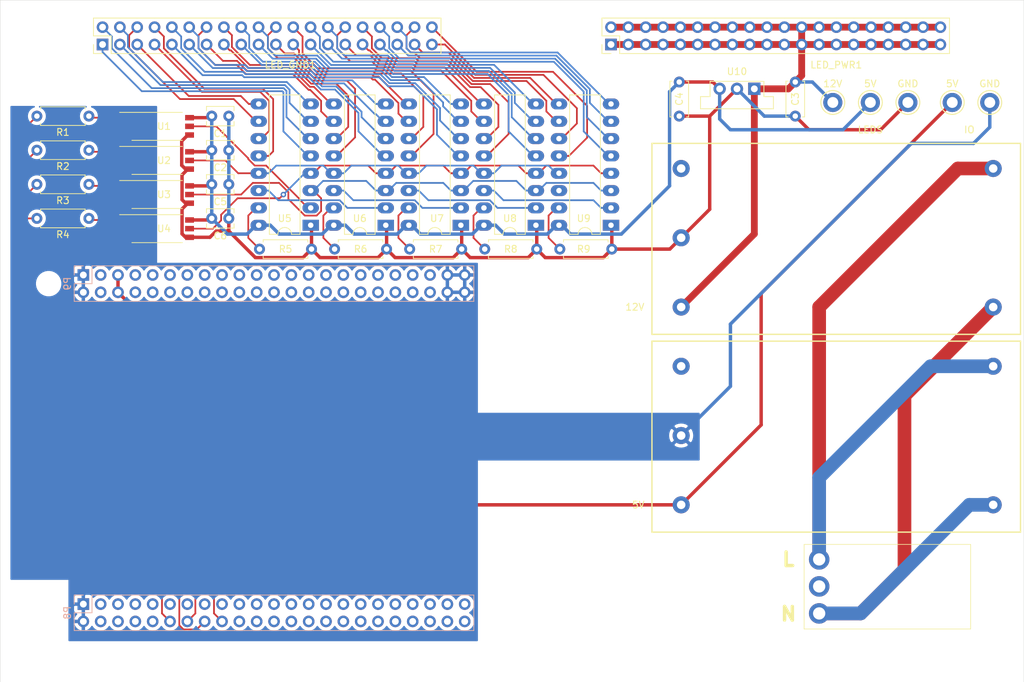
<source format=kicad_pcb>
(kicad_pcb (version 20171130) (host pcbnew 5.1.4)
  (layers (0 F.Cu signal) (31 B.Cu signal) (34 B.Paste user) (35 F.Paste user) (36 B.SilkS user) (37 F.SilkS user) (38 B.Mask user) (39 F.Mask user) (44 Edge.Cuts user))
  (net 0 "")
  (net 1 GND)
  (net 2 +5V)
  (net 3 /IO_GND)
  (net 4 /BB_SDI)
  (net 5 /BB_CLK)
  (net 6 /~BB_OE~)
  (net 7 /BB_LE)
  (net 8 /IO_5V)
  (net 9 "Net-(JAC1-Pad1)")
  (net 10 "Net-(JAC1-Pad3)")
  (net 11 "Net-(LED_GND1-Pad1)")
  (net 12 "Net-(LED_GND1-Pad2)")
  (net 13 "Net-(LED_GND1-Pad3)")
  (net 14 "Net-(LED_GND1-Pad4)")
  (net 15 "Net-(LED_GND1-Pad5)")
  (net 16 "Net-(LED_GND1-Pad6)")
  (net 17 "Net-(LED_GND1-Pad7)")
  (net 18 "Net-(LED_GND1-Pad8)")
  (net 19 "Net-(LED_GND1-Pad9)")
  (net 20 "Net-(LED_GND1-Pad10)")
  (net 21 "Net-(LED_GND1-Pad11)")
  (net 22 "Net-(LED_GND1-Pad12)")
  (net 23 "Net-(LED_GND1-Pad13)")
  (net 24 "Net-(LED_GND1-Pad14)")
  (net 25 "Net-(LED_GND1-Pad15)")
  (net 26 "Net-(LED_GND1-Pad16)")
  (net 27 "Net-(LED_GND1-Pad17)")
  (net 28 "Net-(LED_GND1-Pad18)")
  (net 29 "Net-(LED_GND1-Pad19)")
  (net 30 "Net-(LED_GND1-Pad20)")
  (net 31 "Net-(LED_GND1-Pad21)")
  (net 32 "Net-(LED_GND1-Pad22)")
  (net 33 "Net-(LED_GND1-Pad23)")
  (net 34 "Net-(LED_GND1-Pad24)")
  (net 35 "Net-(LED_GND1-Pad25)")
  (net 36 "Net-(LED_GND1-Pad26)")
  (net 37 "Net-(LED_GND1-Pad27)")
  (net 38 "Net-(LED_GND1-Pad28)")
  (net 39 "Net-(LED_GND1-Pad29)")
  (net 40 "Net-(LED_GND1-Pad30)")
  (net 41 "Net-(LED_GND1-Pad31)")
  (net 42 "Net-(LED_GND1-Pad32)")
  (net 43 "Net-(LED_GND1-Pad33)")
  (net 44 "Net-(LED_GND1-Pad34)")
  (net 45 "Net-(LED_GND1-Pad35)")
  (net 46 "Net-(LED_GND1-Pad36)")
  (net 47 "Net-(LED_GND1-Pad37)")
  (net 48 "Net-(LED_GND1-Pad38)")
  (net 49 "Net-(LED_GND1-Pad39)")
  (net 50 "Net-(LED_GND1-Pad40)")
  (net 51 "Net-(R1-Pad1)")
  (net 52 "Net-(R2-Pad1)")
  (net 53 "Net-(R3-Pad1)")
  (net 54 "Net-(R4-Pad1)")
  (net 55 "Net-(R5-Pad1)")
  (net 56 "Net-(R6-Pad1)")
  (net 57 "Net-(R7-Pad1)")
  (net 58 "Net-(R8-Pad1)")
  (net 59 "Net-(R9-Pad1)")
  (net 60 /SDI)
  (net 61 /~OE~)
  (net 62 /CLK)
  (net 63 /LE)
  (net 64 "Net-(U5-Pad14)")
  (net 65 "Net-(U6-Pad14)")
  (net 66 "Net-(U7-Pad14)")
  (net 67 "Net-(U8-Pad14)")
  (net 68 +12V)
  (module MountingHole:MountingHole_2.7mm_M2.5_ISO7380 (layer F.Cu) (at 125 54)
    (fp_text reference REF** hide)
    (fp_text value MountingHole_2.7mm_M2.5_ISO7380)
    (pad 1 np_thru_hole circle (at 0 0) (size 2.7 2.7) (drill 2.7) (layers *.Cu *.Mask))
  )
  (module MountingHole:MountingHole_2.7mm_M2.5_ISO7380 (layer F.Cu) (at 125 146)
    (fp_text reference REF** hide)
    (fp_text value MountingHole_2.7mm_M2.5_ISO7380)
    (pad 1 np_thru_hole circle (at 0 0) (size 2.7 2.7) (drill 2.7) (layers *.Cu *.Mask))
  )
  (module MountingHole:MountingHole_2.7mm_M2.5_ISO7380 (layer F.Cu) (at 54 54)
    (fp_text reference REF** hide)
    (fp_text value MountingHole_2.7mm_M2.5_ISO7380)
    (pad 1 np_thru_hole circle (at 0 0) (size 2.7 2.7) (drill 2.7) (layers *.Cu *.Mask))
  )
  (module MountingHole:MountingHole_2.7mm_M2.5_ISO7380 (layer F.Cu) (at 196 54)
    (fp_text reference REF** hide)
    (fp_text value MountingHole_2.7mm_M2.5_ISO7380)
    (pad 1 np_thru_hole circle (at 0 0) (size 2.7 2.7) (drill 2.7) (layers *.Cu *.Mask))
  )
  (module MountingHole:MountingHole_2.7mm_M2.5_ISO7380 (layer F.Cu) (at 196 146)
    (fp_text reference REF** hide)
    (fp_text value MountingHole_2.7mm_M2.5_ISO7380)
    (pad 1 np_thru_hole circle (at 0 0) (size 2.7 2.7) (drill 2.7) (layers *.Cu *.Mask))
  )
  (module MountingHole:MountingHole_2.7mm_M2.5_ISO7380 (layer F.Cu) (at 54 146)
    (fp_text reference REF** hide)
    (fp_text value MountingHole_2.7mm_M2.5_ISO7380)
    (pad 1 np_thru_hole circle (at 0 0) (size 2.7 2.7) (drill 2.7) (layers *.Cu *.Mask))
  )
  (module MountingHole:MountingHole_2.7mm_M2.5_ISO7380 (layer F.Cu) (at 57.105 91.565)
    (fp_text reference REF** hide)
    (fp_text value MountingHole_2.7mm_M2.5_ISO7380)
    (pad 1 np_thru_hole circle (at 0 0) (size 2.7 2.7) (drill 2.7) (layers *.Cu *.Mask))
  )
  (module MountingHole:MountingHole_2.7mm_M2.5_ISO7380 (layer F.Cu) (at 123.145 94.74)
    (fp_text reference REF** hide)
    (fp_text value MountingHole_2.7mm_M2.5_ISO7380)
    (pad 1 np_thru_hole circle (at 0 0) (size 2.7 2.7) (drill 2.7) (layers *.Cu *.Mask))
  )
  (module MountingHole:MountingHole_2.7mm_M2.5_ISO7380 (layer F.Cu) (at 123.145 136.65)
    (fp_text reference REF** hide)
    (fp_text value MountingHole_2.7mm_M2.5_ISO7380)
    (pad 1 np_thru_hole circle (at 0 0) (size 2.7 2.7) (drill 2.7) (layers *.Cu *.Mask))
  )
  (module MountingHole:MountingHole_2.7mm_M2.5_ISO7380 (layer F.Cu) (at 57.105 139.825)
    (fp_text reference REF** hide)
    (fp_text value MountingHole_2.7mm_M2.5_ISO7380)
    (pad 1 np_thru_hole circle (at 0 0) (size 2.7 2.7) (drill 2.7) (layers *.Cu *.Mask))
  )
  (module "goyman:KK header right angle 3.96mm 1x3" (layer F.Cu) (at 170 132 270)
    (fp_text reference JAC1 hide)
    (fp_text value Conn_01x03_Male)
    (pad 1 thru_hole circle (at 0 0 270) (size 3 3) (drill 1.8) (layers *.Cu *.Mask) (net 9 "Net-(JAC1-Pad1)"))
    (pad 2 thru_hole circle (at 3.96 0 270) (size 3 3) (drill 1.8) (layers *.Cu *.Mask))
    (pad 3 thru_hole circle (at 7.92 0 270) (size 3 3) (drill 1.8) (layers *.Cu *.Mask) (net 10 "Net-(JAC1-Pad3)"))
  )
  (module Connector_PinHeader_2.54mm:PinHeader_2x20_P2.54mm_Vertical (layer F.Cu) (at 65 56.5 90)
    (fp_text reference LED_GND1 (at -3 27.5 180) (layer F.SilkS))
    (fp_text value Conn_02x20_Counter_Clockwise)
    (pad 1 thru_hole rect (at 0 0 90) (size 1.7 1.7) (drill 1) (layers *.Cu *.Mask) (net 11 "Net-(LED_GND1-Pad1)"))
    (pad 2 thru_hole oval (at 2.54 0 90) (size 1.7 1.7) (drill 1) (layers *.Cu *.Mask) (net 12 "Net-(LED_GND1-Pad2)"))
    (pad 3 thru_hole oval (at 0 2.54 90) (size 1.7 1.7) (drill 1) (layers *.Cu *.Mask) (net 13 "Net-(LED_GND1-Pad3)"))
    (pad 4 thru_hole oval (at 2.54 2.54 90) (size 1.7 1.7) (drill 1) (layers *.Cu *.Mask) (net 14 "Net-(LED_GND1-Pad4)"))
    (pad 5 thru_hole oval (at 0 5.08 90) (size 1.7 1.7) (drill 1) (layers *.Cu *.Mask) (net 15 "Net-(LED_GND1-Pad5)"))
    (pad 6 thru_hole oval (at 2.54 5.08 90) (size 1.7 1.7) (drill 1) (layers *.Cu *.Mask) (net 16 "Net-(LED_GND1-Pad6)"))
    (pad 7 thru_hole oval (at 0 7.62 90) (size 1.7 1.7) (drill 1) (layers *.Cu *.Mask) (net 17 "Net-(LED_GND1-Pad7)"))
    (pad 8 thru_hole oval (at 2.54 7.62 90) (size 1.7 1.7) (drill 1) (layers *.Cu *.Mask) (net 18 "Net-(LED_GND1-Pad8)"))
    (pad 9 thru_hole oval (at 0 10.16 90) (size 1.7 1.7) (drill 1) (layers *.Cu *.Mask) (net 19 "Net-(LED_GND1-Pad9)"))
    (pad 10 thru_hole oval (at 2.54 10.16 90) (size 1.7 1.7) (drill 1) (layers *.Cu *.Mask) (net 20 "Net-(LED_GND1-Pad10)"))
    (pad 11 thru_hole oval (at 0 12.7 90) (size 1.7 1.7) (drill 1) (layers *.Cu *.Mask) (net 21 "Net-(LED_GND1-Pad11)"))
    (pad 12 thru_hole oval (at 2.54 12.7 90) (size 1.7 1.7) (drill 1) (layers *.Cu *.Mask) (net 22 "Net-(LED_GND1-Pad12)"))
    (pad 13 thru_hole oval (at 0 15.24 90) (size 1.7 1.7) (drill 1) (layers *.Cu *.Mask) (net 23 "Net-(LED_GND1-Pad13)"))
    (pad 14 thru_hole oval (at 2.54 15.24 90) (size 1.7 1.7) (drill 1) (layers *.Cu *.Mask) (net 24 "Net-(LED_GND1-Pad14)"))
    (pad 15 thru_hole oval (at 0 17.78 90) (size 1.7 1.7) (drill 1) (layers *.Cu *.Mask) (net 25 "Net-(LED_GND1-Pad15)"))
    (pad 16 thru_hole oval (at 2.54 17.78 90) (size 1.7 1.7) (drill 1) (layers *.Cu *.Mask) (net 26 "Net-(LED_GND1-Pad16)"))
    (pad 17 thru_hole oval (at 0 20.32 90) (size 1.7 1.7) (drill 1) (layers *.Cu *.Mask) (net 27 "Net-(LED_GND1-Pad17)"))
    (pad 18 thru_hole oval (at 2.54 20.32 90) (size 1.7 1.7) (drill 1) (layers *.Cu *.Mask) (net 28 "Net-(LED_GND1-Pad18)"))
    (pad 19 thru_hole oval (at 0 22.86 90) (size 1.7 1.7) (drill 1) (layers *.Cu *.Mask) (net 29 "Net-(LED_GND1-Pad19)"))
    (pad 20 thru_hole oval (at 2.54 22.86 90) (size 1.7 1.7) (drill 1) (layers *.Cu *.Mask) (net 30 "Net-(LED_GND1-Pad20)"))
    (pad 21 thru_hole oval (at 0 25.4 90) (size 1.7 1.7) (drill 1) (layers *.Cu *.Mask) (net 31 "Net-(LED_GND1-Pad21)"))
    (pad 22 thru_hole oval (at 2.54 25.4 90) (size 1.7 1.7) (drill 1) (layers *.Cu *.Mask) (net 32 "Net-(LED_GND1-Pad22)"))
    (pad 23 thru_hole oval (at 0 27.94 90) (size 1.7 1.7) (drill 1) (layers *.Cu *.Mask) (net 33 "Net-(LED_GND1-Pad23)"))
    (pad 24 thru_hole oval (at 2.54 27.94 90) (size 1.7 1.7) (drill 1) (layers *.Cu *.Mask) (net 34 "Net-(LED_GND1-Pad24)"))
    (pad 25 thru_hole oval (at 0 30.48 90) (size 1.7 1.7) (drill 1) (layers *.Cu *.Mask) (net 35 "Net-(LED_GND1-Pad25)"))
    (pad 26 thru_hole oval (at 2.54 30.48 90) (size 1.7 1.7) (drill 1) (layers *.Cu *.Mask) (net 36 "Net-(LED_GND1-Pad26)"))
    (pad 27 thru_hole oval (at 0 33.02 90) (size 1.7 1.7) (drill 1) (layers *.Cu *.Mask) (net 37 "Net-(LED_GND1-Pad27)"))
    (pad 28 thru_hole oval (at 2.54 33.02 90) (size 1.7 1.7) (drill 1) (layers *.Cu *.Mask) (net 38 "Net-(LED_GND1-Pad28)"))
    (pad 29 thru_hole oval (at 0 35.56 90) (size 1.7 1.7) (drill 1) (layers *.Cu *.Mask) (net 39 "Net-(LED_GND1-Pad29)"))
    (pad 30 thru_hole oval (at 2.54 35.56 90) (size 1.7 1.7) (drill 1) (layers *.Cu *.Mask) (net 40 "Net-(LED_GND1-Pad30)"))
    (pad 31 thru_hole oval (at 0 38.1 90) (size 1.7 1.7) (drill 1) (layers *.Cu *.Mask) (net 41 "Net-(LED_GND1-Pad31)"))
    (pad 32 thru_hole oval (at 2.54 38.1 90) (size 1.7 1.7) (drill 1) (layers *.Cu *.Mask) (net 42 "Net-(LED_GND1-Pad32)"))
    (pad 33 thru_hole oval (at 0 40.64 90) (size 1.7 1.7) (drill 1) (layers *.Cu *.Mask) (net 43 "Net-(LED_GND1-Pad33)"))
    (pad 34 thru_hole oval (at 2.54 40.64 90) (size 1.7 1.7) (drill 1) (layers *.Cu *.Mask) (net 44 "Net-(LED_GND1-Pad34)"))
    (pad 35 thru_hole oval (at 0 43.18 90) (size 1.7 1.7) (drill 1) (layers *.Cu *.Mask) (net 45 "Net-(LED_GND1-Pad35)"))
    (pad 36 thru_hole oval (at 2.54 43.18 90) (size 1.7 1.7) (drill 1) (layers *.Cu *.Mask) (net 46 "Net-(LED_GND1-Pad36)"))
    (pad 37 thru_hole oval (at 0 45.72 90) (size 1.7 1.7) (drill 1) (layers *.Cu *.Mask) (net 47 "Net-(LED_GND1-Pad37)"))
    (pad 38 thru_hole oval (at 2.54 45.72 90) (size 1.7 1.7) (drill 1) (layers *.Cu *.Mask) (net 48 "Net-(LED_GND1-Pad38)"))
    (pad 39 thru_hole oval (at 0 48.26 90) (size 1.7 1.7) (drill 1) (layers *.Cu *.Mask) (net 49 "Net-(LED_GND1-Pad39)"))
    (pad 40 thru_hole oval (at 2.54 48.26 90) (size 1.7 1.7) (drill 1) (layers *.Cu *.Mask) (net 50 "Net-(LED_GND1-Pad40)"))
  )
  (module Connector_PinHeader_2.54mm:PinHeader_2x20_P2.54mm_Vertical (layer F.Cu) (at 139.5 56.5 90)
    (fp_text reference LED_PWR1 (at -3 33 180) (layer F.SilkS))
    (fp_text value Conn_02x20_Counter_Clockwise)
    (pad 40 thru_hole oval (at 2.54 48.26 90) (size 1.7 1.7) (drill 1) (layers *.Cu *.Mask) (net 68 +12V))
    (pad 39 thru_hole oval (at 0 48.26 90) (size 1.7 1.7) (drill 1) (layers *.Cu *.Mask) (net 68 +12V))
    (pad 38 thru_hole oval (at 2.54 45.72 90) (size 1.7 1.7) (drill 1) (layers *.Cu *.Mask) (net 68 +12V))
    (pad 37 thru_hole oval (at 0 45.72 90) (size 1.7 1.7) (drill 1) (layers *.Cu *.Mask) (net 68 +12V))
    (pad 36 thru_hole oval (at 2.54 43.18 90) (size 1.7 1.7) (drill 1) (layers *.Cu *.Mask) (net 68 +12V))
    (pad 35 thru_hole oval (at 0 43.18 90) (size 1.7 1.7) (drill 1) (layers *.Cu *.Mask) (net 68 +12V))
    (pad 34 thru_hole oval (at 2.54 40.64 90) (size 1.7 1.7) (drill 1) (layers *.Cu *.Mask) (net 68 +12V))
    (pad 33 thru_hole oval (at 0 40.64 90) (size 1.7 1.7) (drill 1) (layers *.Cu *.Mask) (net 68 +12V))
    (pad 32 thru_hole oval (at 2.54 38.1 90) (size 1.7 1.7) (drill 1) (layers *.Cu *.Mask) (net 68 +12V))
    (pad 31 thru_hole oval (at 0 38.1 90) (size 1.7 1.7) (drill 1) (layers *.Cu *.Mask) (net 68 +12V))
    (pad 30 thru_hole oval (at 2.54 35.56 90) (size 1.7 1.7) (drill 1) (layers *.Cu *.Mask) (net 68 +12V))
    (pad 29 thru_hole oval (at 0 35.56 90) (size 1.7 1.7) (drill 1) (layers *.Cu *.Mask) (net 68 +12V))
    (pad 28 thru_hole oval (at 2.54 33.02 90) (size 1.7 1.7) (drill 1) (layers *.Cu *.Mask) (net 68 +12V))
    (pad 27 thru_hole oval (at 0 33.02 90) (size 1.7 1.7) (drill 1) (layers *.Cu *.Mask) (net 68 +12V))
    (pad 26 thru_hole oval (at 2.54 30.48 90) (size 1.7 1.7) (drill 1) (layers *.Cu *.Mask) (net 68 +12V))
    (pad 25 thru_hole oval (at 0 30.48 90) (size 1.7 1.7) (drill 1) (layers *.Cu *.Mask) (net 68 +12V))
    (pad 24 thru_hole oval (at 2.54 27.94 90) (size 1.7 1.7) (drill 1) (layers *.Cu *.Mask) (net 68 +12V))
    (pad 23 thru_hole oval (at 0 27.94 90) (size 1.7 1.7) (drill 1) (layers *.Cu *.Mask) (net 68 +12V))
    (pad 22 thru_hole oval (at 2.54 25.4 90) (size 1.7 1.7) (drill 1) (layers *.Cu *.Mask) (net 68 +12V))
    (pad 21 thru_hole oval (at 0 25.4 90) (size 1.7 1.7) (drill 1) (layers *.Cu *.Mask) (net 68 +12V))
    (pad 20 thru_hole oval (at 2.54 22.86 90) (size 1.7 1.7) (drill 1) (layers *.Cu *.Mask) (net 68 +12V))
    (pad 19 thru_hole oval (at 0 22.86 90) (size 1.7 1.7) (drill 1) (layers *.Cu *.Mask) (net 68 +12V))
    (pad 18 thru_hole oval (at 2.54 20.32 90) (size 1.7 1.7) (drill 1) (layers *.Cu *.Mask) (net 68 +12V))
    (pad 17 thru_hole oval (at 0 20.32 90) (size 1.7 1.7) (drill 1) (layers *.Cu *.Mask) (net 68 +12V))
    (pad 16 thru_hole oval (at 2.54 17.78 90) (size 1.7 1.7) (drill 1) (layers *.Cu *.Mask) (net 68 +12V))
    (pad 15 thru_hole oval (at 0 17.78 90) (size 1.7 1.7) (drill 1) (layers *.Cu *.Mask) (net 68 +12V))
    (pad 14 thru_hole oval (at 2.54 15.24 90) (size 1.7 1.7) (drill 1) (layers *.Cu *.Mask) (net 68 +12V))
    (pad 13 thru_hole oval (at 0 15.24 90) (size 1.7 1.7) (drill 1) (layers *.Cu *.Mask) (net 68 +12V))
    (pad 12 thru_hole oval (at 2.54 12.7 90) (size 1.7 1.7) (drill 1) (layers *.Cu *.Mask) (net 68 +12V))
    (pad 11 thru_hole oval (at 0 12.7 90) (size 1.7 1.7) (drill 1) (layers *.Cu *.Mask) (net 68 +12V))
    (pad 10 thru_hole oval (at 2.54 10.16 90) (size 1.7 1.7) (drill 1) (layers *.Cu *.Mask) (net 68 +12V))
    (pad 9 thru_hole oval (at 0 10.16 90) (size 1.7 1.7) (drill 1) (layers *.Cu *.Mask) (net 68 +12V))
    (pad 8 thru_hole oval (at 2.54 7.62 90) (size 1.7 1.7) (drill 1) (layers *.Cu *.Mask) (net 68 +12V))
    (pad 7 thru_hole oval (at 0 7.62 90) (size 1.7 1.7) (drill 1) (layers *.Cu *.Mask) (net 68 +12V))
    (pad 6 thru_hole oval (at 2.54 5.08 90) (size 1.7 1.7) (drill 1) (layers *.Cu *.Mask) (net 68 +12V))
    (pad 5 thru_hole oval (at 0 5.08 90) (size 1.7 1.7) (drill 1) (layers *.Cu *.Mask) (net 68 +12V))
    (pad 4 thru_hole oval (at 2.54 2.54 90) (size 1.7 1.7) (drill 1) (layers *.Cu *.Mask) (net 68 +12V))
    (pad 3 thru_hole oval (at 0 2.54 90) (size 1.7 1.7) (drill 1) (layers *.Cu *.Mask) (net 68 +12V))
    (pad 2 thru_hole oval (at 2.54 0 90) (size 1.7 1.7) (drill 1) (layers *.Cu *.Mask) (net 68 +12V))
    (pad 1 thru_hole rect (at 0 0 90) (size 1.7 1.7) (drill 1) (layers *.Cu *.Mask) (net 68 +12V))
  )
  (module goyman:RAC10-K (layer F.Cu) (at 195.5 95 180)
    (fp_text reference P1 hide)
    (fp_text value RAC10-KS)
    (pad 5 thru_hole circle (at 45.72 0 180) (size 2.5 2.5) (drill 1.25) (layers *.Cu *.Mask) (net 68 +12V))
    (pad 4 thru_hole circle (at 45.72 10.16 180) (size 2.5 2.5) (drill 1.25) (layers *.Cu *.Mask) (net 1 GND))
    (pad 3 thru_hole circle (at 45.72 20.32 180) (size 2.5 2.5) (drill 1.25) (layers *.Cu *.Mask))
    (pad 2 thru_hole circle (at 0 20.32 180) (size 2.5 2.5) (drill 1.25) (layers *.Cu *.Mask) (net 9 "Net-(JAC1-Pad1)"))
    (pad 1 thru_hole circle (at 0 0 180) (size 2.5 2.5) (drill 1.25) (layers *.Cu *.Mask) (net 10 "Net-(JAC1-Pad3)"))
  )
  (module goyman:RAC10-K (layer F.Cu) (at 195.5 124 180)
    (fp_text reference P2 hide)
    (fp_text value RAC10-KS)
    (pad 1 thru_hole circle (at 0 0 180) (size 2.5 2.5) (drill 1.25) (layers *.Cu *.Mask) (net 10 "Net-(JAC1-Pad3)"))
    (pad 2 thru_hole circle (at 0 20.32 180) (size 2.5 2.5) (drill 1.25) (layers *.Cu *.Mask) (net 9 "Net-(JAC1-Pad1)"))
    (pad 3 thru_hole circle (at 45.72 20.32 180) (size 2.5 2.5) (drill 1.25) (layers *.Cu *.Mask))
    (pad 4 thru_hole circle (at 45.72 10.16 180) (size 2.5 2.5) (drill 1.25) (layers *.Cu *.Mask) (net 3 /IO_GND))
    (pad 5 thru_hole circle (at 45.72 0 180) (size 2.5 2.5) (drill 1.25) (layers *.Cu *.Mask) (net 8 /IO_5V))
  )
  (module Package_SO:SO-6L_10x3.84mm_P1.27mm (layer F.Cu) (at 73 68.5)
    (fp_text reference U1 (at 1 0) (layer F.SilkS))
    (fp_text value TLP2767)
    (pad 1 smd rect (at -4.75 -1.27 90) (size 0.8 1.3) (layers F.Cu F.Paste F.Mask) (net 51 "Net-(R1-Pad1)"))
    (pad 2 smd rect (at -4.75 0 90) (size 0.8 1.3) (layers F.Cu F.Paste F.Mask))
    (pad 3 smd rect (at -4.75 1.27 90) (size 0.8 1.3) (layers F.Cu F.Paste F.Mask) (net 3 /IO_GND))
    (pad 4 smd rect (at 4.75 1.27 90) (size 0.8 1.3) (layers F.Cu F.Paste F.Mask) (net 1 GND))
    (pad 5 smd rect (at 4.75 0 90) (size 0.8 1.3) (layers F.Cu F.Paste F.Mask) (net 60 /SDI))
    (pad 6 smd rect (at 4.75 -1.27 90) (size 0.8 1.3) (layers F.Cu F.Paste F.Mask) (net 2 +5V))
  )
  (module Package_SO:SO-6L_10x3.84mm_P1.27mm (layer F.Cu) (at 73 73.5)
    (fp_text reference U2 (at 1 0) (layer F.SilkS))
    (fp_text value TLP2767)
    (pad 6 smd rect (at 4.75 -1.27 90) (size 0.8 1.3) (layers F.Cu F.Paste F.Mask) (net 2 +5V))
    (pad 5 smd rect (at 4.75 0 90) (size 0.8 1.3) (layers F.Cu F.Paste F.Mask) (net 61 /~OE~))
    (pad 4 smd rect (at 4.75 1.27 90) (size 0.8 1.3) (layers F.Cu F.Paste F.Mask) (net 1 GND))
    (pad 3 smd rect (at -4.75 1.27 90) (size 0.8 1.3) (layers F.Cu F.Paste F.Mask) (net 3 /IO_GND))
    (pad 2 smd rect (at -4.75 0 90) (size 0.8 1.3) (layers F.Cu F.Paste F.Mask))
    (pad 1 smd rect (at -4.75 -1.27 90) (size 0.8 1.3) (layers F.Cu F.Paste F.Mask) (net 52 "Net-(R2-Pad1)"))
  )
  (module Package_SO:SO-6L_10x3.84mm_P1.27mm (layer F.Cu) (at 73 78.5)
    (fp_text reference U3 (at 1 0) (layer F.SilkS))
    (fp_text value TLP2767)
    (pad 6 smd rect (at 4.75 -1.27 90) (size 0.8 1.3) (layers F.Cu F.Paste F.Mask) (net 2 +5V))
    (pad 5 smd rect (at 4.75 0 90) (size 0.8 1.3) (layers F.Cu F.Paste F.Mask) (net 62 /CLK))
    (pad 4 smd rect (at 4.75 1.27 90) (size 0.8 1.3) (layers F.Cu F.Paste F.Mask) (net 1 GND))
    (pad 3 smd rect (at -4.75 1.27 90) (size 0.8 1.3) (layers F.Cu F.Paste F.Mask) (net 3 /IO_GND))
    (pad 2 smd rect (at -4.75 0 90) (size 0.8 1.3) (layers F.Cu F.Paste F.Mask))
    (pad 1 smd rect (at -4.75 -1.27 90) (size 0.8 1.3) (layers F.Cu F.Paste F.Mask) (net 53 "Net-(R3-Pad1)"))
  )
  (module Package_SO:SO-6L_10x3.84mm_P1.27mm (layer F.Cu) (at 73 83.5)
    (fp_text reference U4 (at 1 0) (layer F.SilkS))
    (fp_text value TLP2767)
    (pad 1 smd rect (at -4.75 -1.27 90) (size 0.8 1.3) (layers F.Cu F.Paste F.Mask) (net 54 "Net-(R4-Pad1)"))
    (pad 2 smd rect (at -4.75 0 90) (size 0.8 1.3) (layers F.Cu F.Paste F.Mask))
    (pad 3 smd rect (at -4.75 1.27 90) (size 0.8 1.3) (layers F.Cu F.Paste F.Mask) (net 3 /IO_GND))
    (pad 4 smd rect (at 4.75 1.27 90) (size 0.8 1.3) (layers F.Cu F.Paste F.Mask) (net 1 GND))
    (pad 5 smd rect (at 4.75 0 90) (size 0.8 1.3) (layers F.Cu F.Paste F.Mask) (net 63 /LE))
    (pad 6 smd rect (at 4.75 -1.27 90) (size 0.8 1.3) (layers F.Cu F.Paste F.Mask) (net 2 +5V))
  )
  (module Package_DIP:DIP-16_W7.62mm_LongPads (layer F.Cu) (at 95.5 83 180)
    (fp_text reference U5 (at 3.81 1) (layer F.SilkS))
    (fp_text value TLC5916IN)
    (pad 1 thru_hole rect (at 0 0 180) (size 2.4 1.6) (drill 0.8) (layers *.Cu *.Mask) (net 1 GND))
    (pad 9 thru_hole oval (at 7.62 17.78 180) (size 2.4 1.6) (drill 0.8) (layers *.Cu *.Mask) (net 15 "Net-(LED_GND1-Pad5)"))
    (pad 2 thru_hole oval (at 0 2.54 180) (size 2.4 1.6) (drill 0.8) (layers *.Cu *.Mask) (net 60 /SDI))
    (pad 10 thru_hole oval (at 7.62 15.24 180) (size 2.4 1.6) (drill 0.8) (layers *.Cu *.Mask) (net 16 "Net-(LED_GND1-Pad6)"))
    (pad 3 thru_hole oval (at 0 5.08 180) (size 2.4 1.6) (drill 0.8) (layers *.Cu *.Mask) (net 62 /CLK))
    (pad 11 thru_hole oval (at 7.62 12.7 180) (size 2.4 1.6) (drill 0.8) (layers *.Cu *.Mask) (net 17 "Net-(LED_GND1-Pad7)"))
    (pad 4 thru_hole oval (at 0 7.62 180) (size 2.4 1.6) (drill 0.8) (layers *.Cu *.Mask) (net 63 /LE))
    (pad 12 thru_hole oval (at 7.62 10.16 180) (size 2.4 1.6) (drill 0.8) (layers *.Cu *.Mask) (net 18 "Net-(LED_GND1-Pad8)"))
    (pad 5 thru_hole oval (at 0 10.16 180) (size 2.4 1.6) (drill 0.8) (layers *.Cu *.Mask) (net 11 "Net-(LED_GND1-Pad1)"))
    (pad 13 thru_hole oval (at 7.62 7.62 180) (size 2.4 1.6) (drill 0.8) (layers *.Cu *.Mask) (net 61 /~OE~))
    (pad 6 thru_hole oval (at 0 12.7 180) (size 2.4 1.6) (drill 0.8) (layers *.Cu *.Mask) (net 12 "Net-(LED_GND1-Pad2)"))
    (pad 14 thru_hole oval (at 7.62 5.08 180) (size 2.4 1.6) (drill 0.8) (layers *.Cu *.Mask) (net 64 "Net-(U5-Pad14)"))
    (pad 7 thru_hole oval (at 0 15.24 180) (size 2.4 1.6) (drill 0.8) (layers *.Cu *.Mask) (net 13 "Net-(LED_GND1-Pad3)"))
    (pad 15 thru_hole oval (at 7.62 2.54 180) (size 2.4 1.6) (drill 0.8) (layers *.Cu *.Mask) (net 55 "Net-(R5-Pad1)"))
    (pad 8 thru_hole oval (at 0 17.78 180) (size 2.4 1.6) (drill 0.8) (layers *.Cu *.Mask) (net 14 "Net-(LED_GND1-Pad4)"))
    (pad 16 thru_hole oval (at 7.62 0 180) (size 2.4 1.6) (drill 0.8) (layers *.Cu *.Mask) (net 2 +5V))
  )
  (module Package_DIP:DIP-16_W7.62mm_LongPads (layer F.Cu) (at 106.5 83 180)
    (fp_text reference U6 (at 3.81 1) (layer F.SilkS))
    (fp_text value TLC5916IN)
    (pad 1 thru_hole rect (at 0 0 180) (size 2.4 1.6) (drill 0.8) (layers *.Cu *.Mask) (net 1 GND))
    (pad 9 thru_hole oval (at 7.62 17.78 180) (size 2.4 1.6) (drill 0.8) (layers *.Cu *.Mask) (net 23 "Net-(LED_GND1-Pad13)"))
    (pad 2 thru_hole oval (at 0 2.54 180) (size 2.4 1.6) (drill 0.8) (layers *.Cu *.Mask) (net 64 "Net-(U5-Pad14)"))
    (pad 10 thru_hole oval (at 7.62 15.24 180) (size 2.4 1.6) (drill 0.8) (layers *.Cu *.Mask) (net 24 "Net-(LED_GND1-Pad14)"))
    (pad 3 thru_hole oval (at 0 5.08 180) (size 2.4 1.6) (drill 0.8) (layers *.Cu *.Mask) (net 62 /CLK))
    (pad 11 thru_hole oval (at 7.62 12.7 180) (size 2.4 1.6) (drill 0.8) (layers *.Cu *.Mask) (net 25 "Net-(LED_GND1-Pad15)"))
    (pad 4 thru_hole oval (at 0 7.62 180) (size 2.4 1.6) (drill 0.8) (layers *.Cu *.Mask) (net 63 /LE))
    (pad 12 thru_hole oval (at 7.62 10.16 180) (size 2.4 1.6) (drill 0.8) (layers *.Cu *.Mask) (net 26 "Net-(LED_GND1-Pad16)"))
    (pad 5 thru_hole oval (at 0 10.16 180) (size 2.4 1.6) (drill 0.8) (layers *.Cu *.Mask) (net 19 "Net-(LED_GND1-Pad9)"))
    (pad 13 thru_hole oval (at 7.62 7.62 180) (size 2.4 1.6) (drill 0.8) (layers *.Cu *.Mask) (net 61 /~OE~))
    (pad 6 thru_hole oval (at 0 12.7 180) (size 2.4 1.6) (drill 0.8) (layers *.Cu *.Mask) (net 20 "Net-(LED_GND1-Pad10)"))
    (pad 14 thru_hole oval (at 7.62 5.08 180) (size 2.4 1.6) (drill 0.8) (layers *.Cu *.Mask) (net 65 "Net-(U6-Pad14)"))
    (pad 7 thru_hole oval (at 0 15.24 180) (size 2.4 1.6) (drill 0.8) (layers *.Cu *.Mask) (net 21 "Net-(LED_GND1-Pad11)"))
    (pad 15 thru_hole oval (at 7.62 2.54 180) (size 2.4 1.6) (drill 0.8) (layers *.Cu *.Mask) (net 56 "Net-(R6-Pad1)"))
    (pad 8 thru_hole oval (at 0 17.78 180) (size 2.4 1.6) (drill 0.8) (layers *.Cu *.Mask) (net 22 "Net-(LED_GND1-Pad12)"))
    (pad 16 thru_hole oval (at 7.62 0 180) (size 2.4 1.6) (drill 0.8) (layers *.Cu *.Mask) (net 2 +5V))
  )
  (module Package_DIP:DIP-16_W7.62mm_LongPads (layer F.Cu) (at 117.5 83 180)
    (fp_text reference U7 (at 3.5 1) (layer F.SilkS))
    (fp_text value TLC5916IN)
    (pad 1 thru_hole rect (at 0 0 180) (size 2.4 1.6) (drill 0.8) (layers *.Cu *.Mask) (net 1 GND))
    (pad 9 thru_hole oval (at 7.62 17.78 180) (size 2.4 1.6) (drill 0.8) (layers *.Cu *.Mask) (net 31 "Net-(LED_GND1-Pad21)"))
    (pad 2 thru_hole oval (at 0 2.54 180) (size 2.4 1.6) (drill 0.8) (layers *.Cu *.Mask) (net 65 "Net-(U6-Pad14)"))
    (pad 10 thru_hole oval (at 7.62 15.24 180) (size 2.4 1.6) (drill 0.8) (layers *.Cu *.Mask) (net 32 "Net-(LED_GND1-Pad22)"))
    (pad 3 thru_hole oval (at 0 5.08 180) (size 2.4 1.6) (drill 0.8) (layers *.Cu *.Mask) (net 62 /CLK))
    (pad 11 thru_hole oval (at 7.62 12.7 180) (size 2.4 1.6) (drill 0.8) (layers *.Cu *.Mask) (net 33 "Net-(LED_GND1-Pad23)"))
    (pad 4 thru_hole oval (at 0 7.62 180) (size 2.4 1.6) (drill 0.8) (layers *.Cu *.Mask) (net 63 /LE))
    (pad 12 thru_hole oval (at 7.62 10.16 180) (size 2.4 1.6) (drill 0.8) (layers *.Cu *.Mask) (net 34 "Net-(LED_GND1-Pad24)"))
    (pad 5 thru_hole oval (at 0 10.16 180) (size 2.4 1.6) (drill 0.8) (layers *.Cu *.Mask) (net 27 "Net-(LED_GND1-Pad17)"))
    (pad 13 thru_hole oval (at 7.62 7.62 180) (size 2.4 1.6) (drill 0.8) (layers *.Cu *.Mask) (net 61 /~OE~))
    (pad 6 thru_hole oval (at 0 12.7 180) (size 2.4 1.6) (drill 0.8) (layers *.Cu *.Mask) (net 28 "Net-(LED_GND1-Pad18)"))
    (pad 14 thru_hole oval (at 7.62 5.08 180) (size 2.4 1.6) (drill 0.8) (layers *.Cu *.Mask) (net 66 "Net-(U7-Pad14)"))
    (pad 7 thru_hole oval (at 0 15.24 180) (size 2.4 1.6) (drill 0.8) (layers *.Cu *.Mask) (net 29 "Net-(LED_GND1-Pad19)"))
    (pad 15 thru_hole oval (at 7.62 2.54 180) (size 2.4 1.6) (drill 0.8) (layers *.Cu *.Mask) (net 57 "Net-(R7-Pad1)"))
    (pad 8 thru_hole oval (at 0 17.78 180) (size 2.4 1.6) (drill 0.8) (layers *.Cu *.Mask) (net 30 "Net-(LED_GND1-Pad20)"))
    (pad 16 thru_hole oval (at 7.62 0 180) (size 2.4 1.6) (drill 0.8) (layers *.Cu *.Mask) (net 2 +5V))
  )
  (module Package_DIP:DIP-16_W7.62mm_LongPads (layer F.Cu) (at 128.5 83 180)
    (fp_text reference U8 (at 3.81 1) (layer F.SilkS))
    (fp_text value TLC5916IN)
    (pad 16 thru_hole oval (at 7.62 0 180) (size 2.4 1.6) (drill 0.8) (layers *.Cu *.Mask) (net 2 +5V))
    (pad 8 thru_hole oval (at 0 17.78 180) (size 2.4 1.6) (drill 0.8) (layers *.Cu *.Mask) (net 38 "Net-(LED_GND1-Pad28)"))
    (pad 15 thru_hole oval (at 7.62 2.54 180) (size 2.4 1.6) (drill 0.8) (layers *.Cu *.Mask) (net 58 "Net-(R8-Pad1)"))
    (pad 7 thru_hole oval (at 0 15.24 180) (size 2.4 1.6) (drill 0.8) (layers *.Cu *.Mask) (net 37 "Net-(LED_GND1-Pad27)"))
    (pad 14 thru_hole oval (at 7.62 5.08 180) (size 2.4 1.6) (drill 0.8) (layers *.Cu *.Mask) (net 67 "Net-(U8-Pad14)"))
    (pad 6 thru_hole oval (at 0 12.7 180) (size 2.4 1.6) (drill 0.8) (layers *.Cu *.Mask) (net 36 "Net-(LED_GND1-Pad26)"))
    (pad 13 thru_hole oval (at 7.62 7.62 180) (size 2.4 1.6) (drill 0.8) (layers *.Cu *.Mask) (net 61 /~OE~))
    (pad 5 thru_hole oval (at 0 10.16 180) (size 2.4 1.6) (drill 0.8) (layers *.Cu *.Mask) (net 35 "Net-(LED_GND1-Pad25)"))
    (pad 12 thru_hole oval (at 7.62 10.16 180) (size 2.4 1.6) (drill 0.8) (layers *.Cu *.Mask) (net 42 "Net-(LED_GND1-Pad32)"))
    (pad 4 thru_hole oval (at 0 7.62 180) (size 2.4 1.6) (drill 0.8) (layers *.Cu *.Mask) (net 63 /LE))
    (pad 11 thru_hole oval (at 7.62 12.7 180) (size 2.4 1.6) (drill 0.8) (layers *.Cu *.Mask) (net 41 "Net-(LED_GND1-Pad31)"))
    (pad 3 thru_hole oval (at 0 5.08 180) (size 2.4 1.6) (drill 0.8) (layers *.Cu *.Mask) (net 62 /CLK))
    (pad 10 thru_hole oval (at 7.62 15.24 180) (size 2.4 1.6) (drill 0.8) (layers *.Cu *.Mask) (net 40 "Net-(LED_GND1-Pad30)"))
    (pad 2 thru_hole oval (at 0 2.54 180) (size 2.4 1.6) (drill 0.8) (layers *.Cu *.Mask) (net 66 "Net-(U7-Pad14)"))
    (pad 9 thru_hole oval (at 7.62 17.78 180) (size 2.4 1.6) (drill 0.8) (layers *.Cu *.Mask) (net 39 "Net-(LED_GND1-Pad29)"))
    (pad 1 thru_hole rect (at 0 0 180) (size 2.4 1.6) (drill 0.8) (layers *.Cu *.Mask) (net 1 GND))
  )
  (module Package_DIP:DIP-16_W7.62mm_LongPads (layer F.Cu) (at 139.5 83 180)
    (fp_text reference U9 (at 4 1) (layer F.SilkS))
    (fp_text value TLC5916IN)
    (pad 16 thru_hole oval (at 7.62 0 180) (size 2.4 1.6) (drill 0.8) (layers *.Cu *.Mask) (net 2 +5V))
    (pad 8 thru_hole oval (at 0 17.78 180) (size 2.4 1.6) (drill 0.8) (layers *.Cu *.Mask) (net 46 "Net-(LED_GND1-Pad36)"))
    (pad 15 thru_hole oval (at 7.62 2.54 180) (size 2.4 1.6) (drill 0.8) (layers *.Cu *.Mask) (net 59 "Net-(R9-Pad1)"))
    (pad 7 thru_hole oval (at 0 15.24 180) (size 2.4 1.6) (drill 0.8) (layers *.Cu *.Mask) (net 45 "Net-(LED_GND1-Pad35)"))
    (pad 14 thru_hole oval (at 7.62 5.08 180) (size 2.4 1.6) (drill 0.8) (layers *.Cu *.Mask))
    (pad 6 thru_hole oval (at 0 12.7 180) (size 2.4 1.6) (drill 0.8) (layers *.Cu *.Mask) (net 44 "Net-(LED_GND1-Pad34)"))
    (pad 13 thru_hole oval (at 7.62 7.62 180) (size 2.4 1.6) (drill 0.8) (layers *.Cu *.Mask) (net 61 /~OE~))
    (pad 5 thru_hole oval (at 0 10.16 180) (size 2.4 1.6) (drill 0.8) (layers *.Cu *.Mask) (net 43 "Net-(LED_GND1-Pad33)"))
    (pad 12 thru_hole oval (at 7.62 10.16 180) (size 2.4 1.6) (drill 0.8) (layers *.Cu *.Mask) (net 50 "Net-(LED_GND1-Pad40)"))
    (pad 4 thru_hole oval (at 0 7.62 180) (size 2.4 1.6) (drill 0.8) (layers *.Cu *.Mask) (net 63 /LE))
    (pad 11 thru_hole oval (at 7.62 12.7 180) (size 2.4 1.6) (drill 0.8) (layers *.Cu *.Mask) (net 49 "Net-(LED_GND1-Pad39)"))
    (pad 3 thru_hole oval (at 0 5.08 180) (size 2.4 1.6) (drill 0.8) (layers *.Cu *.Mask) (net 62 /CLK))
    (pad 10 thru_hole oval (at 7.62 15.24 180) (size 2.4 1.6) (drill 0.8) (layers *.Cu *.Mask) (net 48 "Net-(LED_GND1-Pad38)"))
    (pad 2 thru_hole oval (at 0 2.54 180) (size 2.4 1.6) (drill 0.8) (layers *.Cu *.Mask) (net 67 "Net-(U8-Pad14)"))
    (pad 9 thru_hole oval (at 7.62 17.78 180) (size 2.4 1.6) (drill 0.8) (layers *.Cu *.Mask) (net 47 "Net-(LED_GND1-Pad37)"))
    (pad 1 thru_hole rect (at 0 0 180) (size 2.4 1.6) (drill 0.8) (layers *.Cu *.Mask) (net 1 GND))
  )
  (module Connector_PinHeader_2.54mm:PinHeader_2x23_P2.54mm_Vertical (layer B.Cu) (at 62.185 138.555 270)
    (fp_text reference P8 (at 1.27 2.33 270) (layer B.SilkS) (effects (justify mirror)))
    (fp_text value Conn_02x23_Odd_Even hide)
    (pad 1 thru_hole rect (at 0 0 270) (size 1.7 1.7) (drill 1) (layers *.Cu *.Mask) (net 3 /IO_GND))
    (pad 2 thru_hole oval (at 2.54 0 270) (size 1.7 1.7) (drill 1) (layers *.Cu *.Mask) (net 3 /IO_GND))
    (pad 3 thru_hole oval (at 0 -2.54 270) (size 1.7 1.7) (drill 1) (layers *.Cu *.Mask))
    (pad 4 thru_hole oval (at 2.54 -2.54 270) (size 1.7 1.7) (drill 1) (layers *.Cu *.Mask))
    (pad 5 thru_hole oval (at 0 -5.08 270) (size 1.7 1.7) (drill 1) (layers *.Cu *.Mask))
    (pad 6 thru_hole oval (at 2.54 -5.08 270) (size 1.7 1.7) (drill 1) (layers *.Cu *.Mask))
    (pad 7 thru_hole oval (at 0 -7.62 270) (size 1.7 1.7) (drill 1) (layers *.Cu *.Mask))
    (pad 8 thru_hole oval (at 2.54 -7.62 270) (size 1.7 1.7) (drill 1) (layers *.Cu *.Mask))
    (pad 9 thru_hole oval (at 0 -10.16 270) (size 1.7 1.7) (drill 1) (layers *.Cu *.Mask))
    (pad 10 thru_hole oval (at 2.54 -10.16 270) (size 1.7 1.7) (drill 1) (layers *.Cu *.Mask))
    (pad 11 thru_hole oval (at 0 -12.7 270) (size 1.7 1.7) (drill 1) (layers *.Cu *.Mask))
    (pad 12 thru_hole oval (at 2.54 -12.7 270) (size 1.7 1.7) (drill 1) (layers *.Cu *.Mask) (net 4 /BB_SDI))
    (pad 13 thru_hole oval (at 0 -15.24 270) (size 1.7 1.7) (drill 1) (layers *.Cu *.Mask))
    (pad 14 thru_hole oval (at 2.54 -15.24 270) (size 1.7 1.7) (drill 1) (layers *.Cu *.Mask) (net 5 /BB_CLK))
    (pad 15 thru_hole oval (at 0 -17.78 270) (size 1.7 1.7) (drill 1) (layers *.Cu *.Mask))
    (pad 16 thru_hole oval (at 2.54 -17.78 270) (size 1.7 1.7) (drill 1) (layers *.Cu *.Mask) (net 6 /~BB_OE~))
    (pad 17 thru_hole oval (at 0 -20.32 270) (size 1.7 1.7) (drill 1) (layers *.Cu *.Mask))
    (pad 18 thru_hole oval (at 2.54 -20.32 270) (size 1.7 1.7) (drill 1) (layers *.Cu *.Mask) (net 7 /BB_LE))
    (pad 19 thru_hole oval (at 0 -22.86 270) (size 1.7 1.7) (drill 1) (layers *.Cu *.Mask))
    (pad 20 thru_hole oval (at 2.54 -22.86 270) (size 1.7 1.7) (drill 1) (layers *.Cu *.Mask))
    (pad 21 thru_hole oval (at 0 -25.4 270) (size 1.7 1.7) (drill 1) (layers *.Cu *.Mask))
    (pad 22 thru_hole oval (at 2.54 -25.4 270) (size 1.7 1.7) (drill 1) (layers *.Cu *.Mask))
    (pad 23 thru_hole oval (at 0 -27.94 270) (size 1.7 1.7) (drill 1) (layers *.Cu *.Mask))
    (pad 24 thru_hole oval (at 2.54 -27.94 270) (size 1.7 1.7) (drill 1) (layers *.Cu *.Mask))
    (pad 25 thru_hole oval (at 0 -30.48 270) (size 1.7 1.7) (drill 1) (layers *.Cu *.Mask))
    (pad 26 thru_hole oval (at 2.54 -30.48 270) (size 1.7 1.7) (drill 1) (layers *.Cu *.Mask))
    (pad 27 thru_hole oval (at 0 -33.02 270) (size 1.7 1.7) (drill 1) (layers *.Cu *.Mask))
    (pad 28 thru_hole oval (at 2.54 -33.02 270) (size 1.7 1.7) (drill 1) (layers *.Cu *.Mask))
    (pad 29 thru_hole oval (at 0 -35.56 270) (size 1.7 1.7) (drill 1) (layers *.Cu *.Mask))
    (pad 30 thru_hole oval (at 2.54 -35.56 270) (size 1.7 1.7) (drill 1) (layers *.Cu *.Mask))
    (pad 31 thru_hole oval (at 0 -38.1 270) (size 1.7 1.7) (drill 1) (layers *.Cu *.Mask))
    (pad 32 thru_hole oval (at 2.54 -38.1 270) (size 1.7 1.7) (drill 1) (layers *.Cu *.Mask))
    (pad 33 thru_hole oval (at 0 -40.64 270) (size 1.7 1.7) (drill 1) (layers *.Cu *.Mask))
    (pad 34 thru_hole oval (at 2.54 -40.64 270) (size 1.7 1.7) (drill 1) (layers *.Cu *.Mask))
    (pad 35 thru_hole oval (at 0 -43.18 270) (size 1.7 1.7) (drill 1) (layers *.Cu *.Mask))
    (pad 36 thru_hole oval (at 2.54 -43.18 270) (size 1.7 1.7) (drill 1) (layers *.Cu *.Mask))
    (pad 37 thru_hole oval (at 0 -45.72 270) (size 1.7 1.7) (drill 1) (layers *.Cu *.Mask))
    (pad 38 thru_hole oval (at 2.54 -45.72 270) (size 1.7 1.7) (drill 1) (layers *.Cu *.Mask))
    (pad 39 thru_hole oval (at 0 -48.26 270) (size 1.7 1.7) (drill 1) (layers *.Cu *.Mask))
    (pad 40 thru_hole oval (at 2.54 -48.26 270) (size 1.7 1.7) (drill 1) (layers *.Cu *.Mask))
    (pad 41 thru_hole oval (at 0 -50.8 270) (size 1.7 1.7) (drill 1) (layers *.Cu *.Mask))
    (pad 42 thru_hole oval (at 2.54 -50.8 270) (size 1.7 1.7) (drill 1) (layers *.Cu *.Mask))
    (pad 43 thru_hole oval (at 0 -53.34 270) (size 1.7 1.7) (drill 1) (layers *.Cu *.Mask))
    (pad 44 thru_hole oval (at 2.54 -53.34 270) (size 1.7 1.7) (drill 1) (layers *.Cu *.Mask))
    (pad 45 thru_hole oval (at 0 -55.88 270) (size 1.7 1.7) (drill 1) (layers *.Cu *.Mask))
    (pad 46 thru_hole oval (at 2.54 -55.88 270) (size 1.7 1.7) (drill 1) (layers *.Cu *.Mask))
  )
  (module Connector_PinHeader_2.54mm:PinHeader_2x23_P2.54mm_Vertical (layer B.Cu) (at 62.185 90.295 270)
    (fp_text reference P9 (at 1.27 2.33 270) (layer B.SilkS) (effects (justify mirror)))
    (fp_text value Conn_02x23_Odd_Even hide)
    (pad 46 thru_hole oval (at 2.54 -55.88 270) (size 1.7 1.7) (drill 1) (layers *.Cu *.Mask) (net 3 /IO_GND))
    (pad 45 thru_hole oval (at 0 -55.88 270) (size 1.7 1.7) (drill 1) (layers *.Cu *.Mask) (net 3 /IO_GND))
    (pad 44 thru_hole oval (at 2.54 -53.34 270) (size 1.7 1.7) (drill 1) (layers *.Cu *.Mask) (net 3 /IO_GND))
    (pad 43 thru_hole oval (at 0 -53.34 270) (size 1.7 1.7) (drill 1) (layers *.Cu *.Mask) (net 3 /IO_GND))
    (pad 42 thru_hole oval (at 2.54 -50.8 270) (size 1.7 1.7) (drill 1) (layers *.Cu *.Mask))
    (pad 41 thru_hole oval (at 0 -50.8 270) (size 1.7 1.7) (drill 1) (layers *.Cu *.Mask))
    (pad 40 thru_hole oval (at 2.54 -48.26 270) (size 1.7 1.7) (drill 1) (layers *.Cu *.Mask))
    (pad 39 thru_hole oval (at 0 -48.26 270) (size 1.7 1.7) (drill 1) (layers *.Cu *.Mask))
    (pad 38 thru_hole oval (at 2.54 -45.72 270) (size 1.7 1.7) (drill 1) (layers *.Cu *.Mask))
    (pad 37 thru_hole oval (at 0 -45.72 270) (size 1.7 1.7) (drill 1) (layers *.Cu *.Mask))
    (pad 36 thru_hole oval (at 2.54 -43.18 270) (size 1.7 1.7) (drill 1) (layers *.Cu *.Mask))
    (pad 35 thru_hole oval (at 0 -43.18 270) (size 1.7 1.7) (drill 1) (layers *.Cu *.Mask))
    (pad 34 thru_hole oval (at 2.54 -40.64 270) (size 1.7 1.7) (drill 1) (layers *.Cu *.Mask))
    (pad 33 thru_hole oval (at 0 -40.64 270) (size 1.7 1.7) (drill 1) (layers *.Cu *.Mask))
    (pad 32 thru_hole oval (at 2.54 -38.1 270) (size 1.7 1.7) (drill 1) (layers *.Cu *.Mask))
    (pad 31 thru_hole oval (at 0 -38.1 270) (size 1.7 1.7) (drill 1) (layers *.Cu *.Mask))
    (pad 30 thru_hole oval (at 2.54 -35.56 270) (size 1.7 1.7) (drill 1) (layers *.Cu *.Mask))
    (pad 29 thru_hole oval (at 0 -35.56 270) (size 1.7 1.7) (drill 1) (layers *.Cu *.Mask))
    (pad 28 thru_hole oval (at 2.54 -33.02 270) (size 1.7 1.7) (drill 1) (layers *.Cu *.Mask))
    (pad 27 thru_hole oval (at 0 -33.02 270) (size 1.7 1.7) (drill 1) (layers *.Cu *.Mask))
    (pad 26 thru_hole oval (at 2.54 -30.48 270) (size 1.7 1.7) (drill 1) (layers *.Cu *.Mask))
    (pad 25 thru_hole oval (at 0 -30.48 270) (size 1.7 1.7) (drill 1) (layers *.Cu *.Mask))
    (pad 24 thru_hole oval (at 2.54 -27.94 270) (size 1.7 1.7) (drill 1) (layers *.Cu *.Mask))
    (pad 23 thru_hole oval (at 0 -27.94 270) (size 1.7 1.7) (drill 1) (layers *.Cu *.Mask))
    (pad 22 thru_hole oval (at 2.54 -25.4 270) (size 1.7 1.7) (drill 1) (layers *.Cu *.Mask))
    (pad 21 thru_hole oval (at 0 -25.4 270) (size 1.7 1.7) (drill 1) (layers *.Cu *.Mask))
    (pad 20 thru_hole oval (at 2.54 -22.86 270) (size 1.7 1.7) (drill 1) (layers *.Cu *.Mask))
    (pad 19 thru_hole oval (at 0 -22.86 270) (size 1.7 1.7) (drill 1) (layers *.Cu *.Mask))
    (pad 18 thru_hole oval (at 2.54 -20.32 270) (size 1.7 1.7) (drill 1) (layers *.Cu *.Mask))
    (pad 17 thru_hole oval (at 0 -20.32 270) (size 1.7 1.7) (drill 1) (layers *.Cu *.Mask))
    (pad 16 thru_hole oval (at 2.54 -17.78 270) (size 1.7 1.7) (drill 1) (layers *.Cu *.Mask))
    (pad 15 thru_hole oval (at 0 -17.78 270) (size 1.7 1.7) (drill 1) (layers *.Cu *.Mask))
    (pad 14 thru_hole oval (at 2.54 -15.24 270) (size 1.7 1.7) (drill 1) (layers *.Cu *.Mask))
    (pad 13 thru_hole oval (at 0 -15.24 270) (size 1.7 1.7) (drill 1) (layers *.Cu *.Mask))
    (pad 12 thru_hole oval (at 2.54 -12.7 270) (size 1.7 1.7) (drill 1) (layers *.Cu *.Mask))
    (pad 11 thru_hole oval (at 0 -12.7 270) (size 1.7 1.7) (drill 1) (layers *.Cu *.Mask))
    (pad 10 thru_hole oval (at 2.54 -10.16 270) (size 1.7 1.7) (drill 1) (layers *.Cu *.Mask))
    (pad 9 thru_hole oval (at 0 -10.16 270) (size 1.7 1.7) (drill 1) (layers *.Cu *.Mask))
    (pad 8 thru_hole oval (at 2.54 -7.62 270) (size 1.7 1.7) (drill 1) (layers *.Cu *.Mask))
    (pad 7 thru_hole oval (at 0 -7.62 270) (size 1.7 1.7) (drill 1) (layers *.Cu *.Mask))
    (pad 6 thru_hole oval (at 2.54 -5.08 270) (size 1.7 1.7) (drill 1) (layers *.Cu *.Mask) (net 8 /IO_5V))
    (pad 5 thru_hole oval (at 0 -5.08 270) (size 1.7 1.7) (drill 1) (layers *.Cu *.Mask) (net 8 /IO_5V))
    (pad 4 thru_hole oval (at 2.54 -2.54 270) (size 1.7 1.7) (drill 1) (layers *.Cu *.Mask))
    (pad 3 thru_hole oval (at 0 -2.54 270) (size 1.7 1.7) (drill 1) (layers *.Cu *.Mask))
    (pad 2 thru_hole oval (at 2.54 0 270) (size 1.7 1.7) (drill 1) (layers *.Cu *.Mask) (net 3 /IO_GND))
    (pad 1 thru_hole rect (at 0 0 270) (size 1.7 1.7) (drill 1) (layers *.Cu *.Mask) (net 3 /IO_GND))
  )
  (module Capacitor_THT:C_Disc_D3.8mm_W2.6mm_P2.50mm (layer F.Cu) (at 83.5 67 180)
    (fp_text reference C1 (at 1.25 -2.55) (layer F.SilkS))
    (fp_text value 100n)
    (pad 2 thru_hole circle (at 2.5 0 180) (size 1.6 1.6) (drill 0.8) (layers *.Cu *.Mask) (net 2 +5V))
    (pad 1 thru_hole circle (at 0 0 180) (size 1.6 1.6) (drill 0.8) (layers *.Cu *.Mask) (net 1 GND))
  )
  (module Capacitor_THT:C_Disc_D3.8mm_W2.6mm_P2.50mm (layer F.Cu) (at 83.5 72 180)
    (fp_text reference C2 (at 1.25 -2.55) (layer F.SilkS))
    (fp_text value 100n)
    (pad 2 thru_hole circle (at 2.5 0 180) (size 1.6 1.6) (drill 0.8) (layers *.Cu *.Mask) (net 2 +5V))
    (pad 1 thru_hole circle (at 0 0 180) (size 1.6 1.6) (drill 0.8) (layers *.Cu *.Mask) (net 1 GND))
  )
  (module Capacitor_THT:C_Disc_D5.0mm_W2.5mm_P5.00mm (layer F.Cu) (at 166.5 62 270)
    (fp_text reference C3 (at 2.5 0 90) (layer F.SilkS))
    (fp_text value 10u)
    (pad 2 thru_hole circle (at 5 0 270) (size 1.6 1.6) (drill 0.8) (layers *.Cu *.Mask) (net 1 GND))
    (pad 1 thru_hole circle (at 0 0 270) (size 1.6 1.6) (drill 0.8) (layers *.Cu *.Mask) (net 68 +12V))
  )
  (module Capacitor_THT:C_Disc_D5.0mm_W2.5mm_P5.00mm (layer F.Cu) (at 149.5 62 270)
    (fp_text reference C4 (at 2.5 0 90) (layer F.SilkS))
    (fp_text value 10u)
    (pad 1 thru_hole circle (at 0 0 270) (size 1.6 1.6) (drill 0.8) (layers *.Cu *.Mask) (net 2 +5V))
    (pad 2 thru_hole circle (at 5 0 270) (size 1.6 1.6) (drill 0.8) (layers *.Cu *.Mask) (net 1 GND))
  )
  (module Capacitor_THT:C_Disc_D3.8mm_W2.6mm_P2.50mm (layer F.Cu) (at 83.5 77 180)
    (fp_text reference C5 (at 1.25 -2.55) (layer F.SilkS))
    (fp_text value 100n)
    (pad 1 thru_hole circle (at 0 0 180) (size 1.6 1.6) (drill 0.8) (layers *.Cu *.Mask) (net 1 GND))
    (pad 2 thru_hole circle (at 2.5 0 180) (size 1.6 1.6) (drill 0.8) (layers *.Cu *.Mask) (net 2 +5V))
  )
  (module Capacitor_THT:C_Disc_D3.8mm_W2.6mm_P2.50mm (layer F.Cu) (at 83.5 82 180)
    (fp_text reference C6 (at 1.25 -2.55) (layer F.SilkS))
    (fp_text value 100n)
    (pad 1 thru_hole circle (at 0 0 180) (size 1.6 1.6) (drill 0.8) (layers *.Cu *.Mask) (net 1 GND))
    (pad 2 thru_hole circle (at 2.5 0 180) (size 1.6 1.6) (drill 0.8) (layers *.Cu *.Mask) (net 2 +5V))
  )
  (module Resistor_THT:R_Axial_DIN0207_L6.3mm_D2.5mm_P7.62mm_Horizontal (layer F.Cu) (at 63 67 180)
    (fp_text reference R1 (at 3.81 -2.37) (layer F.SilkS))
    (fp_text value 470R)
    (pad 1 thru_hole circle (at 0 0 180) (size 1.6 1.6) (drill 0.8) (layers *.Cu *.Mask) (net 51 "Net-(R1-Pad1)"))
    (pad 2 thru_hole oval (at 7.62 0 180) (size 1.6 1.6) (drill 0.8) (layers *.Cu *.Mask) (net 4 /BB_SDI))
  )
  (module Resistor_THT:R_Axial_DIN0207_L6.3mm_D2.5mm_P7.62mm_Horizontal (layer F.Cu) (at 63 72 180)
    (fp_text reference R2 (at 3.81 -2.37) (layer F.SilkS))
    (fp_text value 470R)
    (pad 2 thru_hole oval (at 7.62 0 180) (size 1.6 1.6) (drill 0.8) (layers *.Cu *.Mask) (net 6 /~BB_OE~))
    (pad 1 thru_hole circle (at 0 0 180) (size 1.6 1.6) (drill 0.8) (layers *.Cu *.Mask) (net 52 "Net-(R2-Pad1)"))
  )
  (module Resistor_THT:R_Axial_DIN0207_L6.3mm_D2.5mm_P7.62mm_Horizontal (layer F.Cu) (at 63 77 180)
    (fp_text reference R3 (at 3.81 -2.37) (layer F.SilkS))
    (fp_text value 470R)
    (pad 2 thru_hole oval (at 7.62 0 180) (size 1.6 1.6) (drill 0.8) (layers *.Cu *.Mask) (net 5 /BB_CLK))
    (pad 1 thru_hole circle (at 0 0 180) (size 1.6 1.6) (drill 0.8) (layers *.Cu *.Mask) (net 53 "Net-(R3-Pad1)"))
  )
  (module Resistor_THT:R_Axial_DIN0207_L6.3mm_D2.5mm_P7.62mm_Horizontal (layer F.Cu) (at 63 82 180)
    (fp_text reference R4 (at 3.81 -2.37) (layer F.SilkS))
    (fp_text value 470R)
    (pad 1 thru_hole circle (at 0 0 180) (size 1.6 1.6) (drill 0.8) (layers *.Cu *.Mask) (net 54 "Net-(R4-Pad1)"))
    (pad 2 thru_hole oval (at 7.62 0 180) (size 1.6 1.6) (drill 0.8) (layers *.Cu *.Mask) (net 7 /BB_LE))
  )
  (module Resistor_THT:R_Axial_DIN0207_L6.3mm_D2.5mm_P7.62mm_Horizontal (layer F.Cu) (at 88 86.5)
    (fp_text reference R5 (at 3.81 0) (layer F.SilkS))
    (fp_text value 1K)
    (pad 1 thru_hole circle (at 0 0) (size 1.6 1.6) (drill 0.8) (layers *.Cu *.Mask) (net 55 "Net-(R5-Pad1)"))
    (pad 2 thru_hole oval (at 7.62 0) (size 1.6 1.6) (drill 0.8) (layers *.Cu *.Mask) (net 1 GND))
  )
  (module Resistor_THT:R_Axial_DIN0207_L6.3mm_D2.5mm_P7.62mm_Horizontal (layer F.Cu) (at 99 86.5)
    (fp_text reference R6 (at 3.81 0) (layer F.SilkS))
    (fp_text value 1K)
    (pad 1 thru_hole circle (at 0 0) (size 1.6 1.6) (drill 0.8) (layers *.Cu *.Mask) (net 56 "Net-(R6-Pad1)"))
    (pad 2 thru_hole oval (at 7.62 0) (size 1.6 1.6) (drill 0.8) (layers *.Cu *.Mask) (net 1 GND))
  )
  (module Resistor_THT:R_Axial_DIN0207_L6.3mm_D2.5mm_P7.62mm_Horizontal (layer F.Cu) (at 110 86.5)
    (fp_text reference R7 (at 3.81 0) (layer F.SilkS))
    (fp_text value 1K)
    (pad 2 thru_hole oval (at 7.62 0) (size 1.6 1.6) (drill 0.8) (layers *.Cu *.Mask) (net 1 GND))
    (pad 1 thru_hole circle (at 0 0) (size 1.6 1.6) (drill 0.8) (layers *.Cu *.Mask) (net 57 "Net-(R7-Pad1)"))
  )
  (module Resistor_THT:R_Axial_DIN0207_L6.3mm_D2.5mm_P7.62mm_Horizontal (layer F.Cu) (at 121 86.5)
    (fp_text reference R8 (at 3.81 0) (layer F.SilkS))
    (fp_text value 1K)
    (pad 1 thru_hole circle (at 0 0) (size 1.6 1.6) (drill 0.8) (layers *.Cu *.Mask) (net 58 "Net-(R8-Pad1)"))
    (pad 2 thru_hole oval (at 7.62 0) (size 1.6 1.6) (drill 0.8) (layers *.Cu *.Mask) (net 1 GND))
  )
  (module Resistor_THT:R_Axial_DIN0207_L6.3mm_D2.5mm_P7.62mm_Horizontal (layer F.Cu) (at 132 86.5)
    (fp_text reference R9 (at 3.5 0) (layer F.SilkS))
    (fp_text value 1K)
    (pad 2 thru_hole oval (at 7.62 0) (size 1.6 1.6) (drill 0.8) (layers *.Cu *.Mask) (net 1 GND))
    (pad 1 thru_hole circle (at 0 0) (size 1.6 1.6) (drill 0.8) (layers *.Cu *.Mask) (net 59 "Net-(R9-Pad1)"))
  )
  (module Converter_DCDC:Converter_DCDC_muRata_OKI-78SR_Vertical (layer F.Cu) (at 160.5 63 180)
    (fp_text reference U10 (at 2.54 2.54 180) (layer F.SilkS))
    (fp_text value OKI-78SR-5_1.5-W36-C)
    (pad 3 thru_hole circle (at 5.08 0 180) (size 1.8 1.8) (drill 1) (layers *.Cu *.Mask) (net 2 +5V))
    (pad 2 thru_hole circle (at 2.54 0 180) (size 1.8 1.8) (drill 1) (layers *.Cu *.Mask) (net 1 GND))
    (pad 1 thru_hole rect (at 0 0 180) (size 1.8 1.8) (drill 1) (layers *.Cu *.Mask) (net 68 +12V))
  )
  (module TestPoint:TestPoint_Keystone_5005-5009_Compact (layer F.Cu) (at 172 65)
    (fp_text reference 12V (at 0 -2.75) (layer F.SilkS))
    (fp_text value TestPoint)
    (pad 1 thru_hole circle (at 0 0) (size 2.8 2.8) (drill 1.6) (layers *.Cu *.Mask) (net 68 +12V))
  )
  (module TestPoint:TestPoint_Keystone_5005-5009_Compact (layer F.Cu) (at 177.5 65)
    (fp_text reference 5V (at 0 -2.75) (layer F.SilkS))
    (fp_text value TestPoint)
    (pad 1 thru_hole circle (at 0 0) (size 2.8 2.8) (drill 1.6) (layers *.Cu *.Mask) (net 2 +5V))
  )
  (module TestPoint:TestPoint_Keystone_5005-5009_Compact (layer F.Cu) (at 183 65)
    (fp_text reference GND (at 0 -2.75) (layer F.SilkS))
    (fp_text value TestPoint)
    (pad 1 thru_hole circle (at 0 0) (size 2.8 2.8) (drill 1.6) (layers *.Cu *.Mask) (net 1 GND))
  )
  (module TestPoint:TestPoint_Keystone_5005-5009_Compact (layer F.Cu) (at 189.5 65)
    (fp_text reference 5V (at 0 -2.75) (layer F.SilkS))
    (fp_text value TestPoint)
    (pad 1 thru_hole circle (at 0 0) (size 2.8 2.8) (drill 1.6) (layers *.Cu *.Mask) (net 8 /IO_5V))
  )
  (module TestPoint:TestPoint_Keystone_5005-5009_Compact (layer F.Cu) (at 195 65)
    (fp_text reference GND (at 0 -2.75) (layer F.SilkS))
    (fp_text value TestPoint)
    (pad 1 thru_hole circle (at 0 0) (size 2.8 2.8) (drill 1.6) (layers *.Cu *.Mask) (net 3 /IO_GND))
  )
  (gr_text 5V (at 143.5 124) (layer F.SilkS) (effects (font (size 1 1))))
  (gr_text 12V (at 143 95) (layer F.SilkS) (effects (font (size 1 1))))
  (gr_text IO (at 192 69) (layer F.SilkS) (effects (font (size 1 1))))
  (gr_text LEDS (at 177.5 69) (layer F.SilkS) (effects (font (size 1 1))))
  (gr_text N (at 165.5 140) (layer F.SilkS) (effects (font (size 2 2) (thickness 0.5))))
  (gr_text L (at 165.5 132) (layer F.SilkS) (effects (font (size 2 2) (thickness 0.5))))
  (gr_line (start 50 150) (end 50 50) (layer Edge.Cuts) (width 0.05))
  (gr_line (start 200 150) (end 50 150) (layer Edge.Cuts) (width 0.05))
  (gr_line (start 200 50) (end 200 150) (layer Edge.Cuts) (width 0.05))
  (gr_line (start 50 50) (end 200 50) (layer Edge.Cuts) (width 0.05))
  (segment (start 95.62 83.12) (end 95.5 83) (width 0.5) (layer F.Cu) (net 1))
  (segment (start 95.62 86.5) (end 95.62 83.12) (width 0.5) (layer F.Cu) (net 1))
  (segment (start 106.62 83.12) (end 106.5 83) (width 0.5) (layer F.Cu) (net 1))
  (segment (start 106.62 86.5) (end 106.62 83.12) (width 0.5) (layer F.Cu) (net 1))
  (segment (start 117.62 83.12) (end 117.5 83) (width 0.5) (layer F.Cu) (net 1))
  (segment (start 117.62 86.5) (end 117.62 83.12) (width 0.5) (layer F.Cu) (net 1))
  (segment (start 128.62 83.12) (end 128.5 83) (width 0.5) (layer F.Cu) (net 1))
  (segment (start 128.62 86.5) (end 128.62 83.12) (width 0.5) (layer F.Cu) (net 1))
  (segment (start 139.62 83.12) (end 139.5 83) (width 0.5) (layer F.Cu) (net 1))
  (segment (start 139.62 86.5) (end 139.62 83.12) (width 0.5) (layer F.Cu) (net 1))
  (segment (start 94.820001 87.299999) (end 95.62 86.5) (width 0.5) (layer F.Cu) (net 1))
  (segment (start 87.399999 87.750001) (end 94.369999 87.750001) (width 0.5) (layer F.Cu) (net 1))
  (segment (start 83.5 83.850002) (end 87.399999 87.750001) (width 0.5) (layer F.Cu) (net 1))
  (segment (start 94.369999 87.750001) (end 94.820001 87.299999) (width 0.5) (layer F.Cu) (net 1))
  (segment (start 83.5 82) (end 83.5 83.850002) (width 0.5) (layer F.Cu) (net 1))
  (segment (start 105.820001 87.299999) (end 106.62 86.5) (width 0.5) (layer F.Cu) (net 1))
  (segment (start 105.369999 87.750001) (end 105.820001 87.299999) (width 0.5) (layer F.Cu) (net 1))
  (segment (start 96.870001 87.750001) (end 105.369999 87.750001) (width 0.5) (layer F.Cu) (net 1))
  (segment (start 95.62 86.5) (end 96.870001 87.750001) (width 0.5) (layer F.Cu) (net 1))
  (segment (start 116.369999 87.750001) (end 116.820001 87.299999) (width 0.5) (layer F.Cu) (net 1))
  (segment (start 116.820001 87.299999) (end 117.62 86.5) (width 0.5) (layer F.Cu) (net 1))
  (segment (start 107.870001 87.750001) (end 116.369999 87.750001) (width 0.5) (layer F.Cu) (net 1))
  (segment (start 106.62 86.5) (end 107.870001 87.750001) (width 0.5) (layer F.Cu) (net 1))
  (segment (start 127.820001 87.299999) (end 128.62 86.5) (width 0.5) (layer F.Cu) (net 1))
  (segment (start 118.870001 87.750001) (end 127.369999 87.750001) (width 0.5) (layer F.Cu) (net 1))
  (segment (start 127.369999 87.750001) (end 127.820001 87.299999) (width 0.5) (layer F.Cu) (net 1))
  (segment (start 117.62 86.5) (end 118.870001 87.750001) (width 0.5) (layer F.Cu) (net 1))
  (segment (start 138.820001 87.299999) (end 139.62 86.5) (width 0.5) (layer F.Cu) (net 1))
  (segment (start 138.369999 87.750001) (end 138.820001 87.299999) (width 0.5) (layer F.Cu) (net 1))
  (segment (start 129.870001 87.750001) (end 138.369999 87.750001) (width 0.5) (layer F.Cu) (net 1))
  (segment (start 128.62 86.5) (end 129.870001 87.750001) (width 0.5) (layer F.Cu) (net 1))
  (segment (start 148.12 86.5) (end 149.78 84.84) (width 0.5) (layer F.Cu) (net 1))
  (segment (start 139.62 86.5) (end 148.12 86.5) (width 0.5) (layer F.Cu) (net 1))
  (segment (start 153.96 67) (end 149.5 67) (width 0.5) (layer F.Cu) (net 1))
  (segment (start 157.96 63) (end 153.96 67) (width 0.5) (layer F.Cu) (net 1))
  (segment (start 153.96 80.66) (end 153.96 67) (width 0.5) (layer F.Cu) (net 1))
  (segment (start 149.78 84.84) (end 153.96 80.66) (width 0.5) (layer F.Cu) (net 1))
  (segment (start 161.96 67) (end 166.5 67) (width 0.5) (layer B.Cu) (net 1))
  (segment (start 157.96 63) (end 161.96 67) (width 0.5) (layer B.Cu) (net 1))
  (segment (start 83.5 82) (end 83.5 77) (width 0.5) (layer B.Cu) (net 1))
  (segment (start 83.5 77) (end 83.5 72) (width 0.5) (layer B.Cu) (net 1))
  (segment (start 83.5 72) (end 83.5 67) (width 0.5) (layer B.Cu) (net 1))
  (segment (start 81.649998 83.850002) (end 83.5 83.850002) (width 0.5) (layer F.Cu) (net 1))
  (segment (start 80.73 84.77) (end 81.649998 83.850002) (width 0.5) (layer F.Cu) (net 1))
  (segment (start 77.75 84.77) (end 80.73 84.77) (width 0.5) (layer F.Cu) (net 1))
  (segment (start 77.159998 84.77) (end 77.75 84.77) (width 0.5) (layer F.Cu) (net 1))
  (segment (start 76.649999 84.260001) (end 77.159998 84.77) (width 0.5) (layer F.Cu) (net 1))
  (segment (start 76.649999 80.620001) (end 76.649999 84.260001) (width 0.5) (layer F.Cu) (net 1))
  (segment (start 77.5 79.77) (end 76.649999 80.620001) (width 0.5) (layer F.Cu) (net 1))
  (segment (start 77.75 79.77) (end 77.5 79.77) (width 0.5) (layer F.Cu) (net 1))
  (segment (start 76.649999 79.260001) (end 77.159998 79.77) (width 0.5) (layer F.Cu) (net 1))
  (segment (start 76.649999 75.620001) (end 76.649999 79.260001) (width 0.5) (layer F.Cu) (net 1))
  (segment (start 77.159998 79.77) (end 77.75 79.77) (width 0.5) (layer F.Cu) (net 1))
  (segment (start 77.5 74.77) (end 76.649999 75.620001) (width 0.5) (layer F.Cu) (net 1))
  (segment (start 77.75 74.77) (end 77.5 74.77) (width 0.5) (layer F.Cu) (net 1))
  (segment (start 77.159998 74.77) (end 77.75 74.77) (width 0.5) (layer F.Cu) (net 1))
  (segment (start 76.6 70.67) (end 76.6 74.210002) (width 0.5) (layer F.Cu) (net 1))
  (segment (start 77.5 69.77) (end 76.6 70.67) (width 0.5) (layer F.Cu) (net 1))
  (segment (start 76.6 74.210002) (end 77.159998 74.77) (width 0.5) (layer F.Cu) (net 1))
  (segment (start 77.75 69.77) (end 77.5 69.77) (width 0.5) (layer F.Cu) (net 1))
  (segment (start 166.5 67) (end 168.5 69) (width 0.5) (layer F.Cu) (net 1))
  (segment (start 179 69) (end 183 65) (width 0.5) (layer F.Cu) (net 1))
  (segment (start 168.5 69) (end 179 69) (width 0.5) (layer F.Cu) (net 1))
  (segment (start 80.77 82.23) (end 81 82) (width 0.5) (layer F.Cu) (net 2))
  (segment (start 77.75 82.23) (end 80.77 82.23) (width 0.5) (layer F.Cu) (net 2))
  (segment (start 80.77 77.23) (end 81 77) (width 0.5) (layer F.Cu) (net 2))
  (segment (start 77.75 77.23) (end 80.77 77.23) (width 0.5) (layer F.Cu) (net 2))
  (segment (start 80.77 72.23) (end 81 72) (width 0.5) (layer F.Cu) (net 2))
  (segment (start 77.75 72.23) (end 80.77 72.23) (width 0.5) (layer F.Cu) (net 2))
  (segment (start 80.77 67.23) (end 81 67) (width 0.5) (layer F.Cu) (net 2))
  (segment (start 77.75 67.23) (end 80.77 67.23) (width 0.5) (layer F.Cu) (net 2))
  (segment (start 154.42 62) (end 149.5 62) (width 0.5) (layer F.Cu) (net 2))
  (segment (start 155.42 63) (end 154.42 62) (width 0.5) (layer F.Cu) (net 2))
  (segment (start 98.48 83) (end 98.88 83) (width 0.5) (layer B.Cu) (net 2))
  (segment (start 90.88 84.3) (end 97.18 84.3) (width 0.5) (layer B.Cu) (net 2))
  (segment (start 89.58 83) (end 90.88 84.3) (width 0.5) (layer B.Cu) (net 2))
  (segment (start 97.18 84.3) (end 98.48 83) (width 0.5) (layer B.Cu) (net 2))
  (segment (start 87.88 83) (end 89.58 83) (width 0.5) (layer B.Cu) (net 2))
  (segment (start 81 67) (end 81 72) (width 0.5) (layer B.Cu) (net 2))
  (segment (start 81 72) (end 81 77) (width 0.5) (layer B.Cu) (net 2))
  (segment (start 81 77) (end 81 82) (width 0.5) (layer B.Cu) (net 2))
  (segment (start 87.48 83) (end 87.88 83) (width 0.5) (layer B.Cu) (net 2))
  (segment (start 86.18 84.3) (end 87.48 83) (width 0.5) (layer B.Cu) (net 2))
  (segment (start 83.3 84.3) (end 86.18 84.3) (width 0.5) (layer B.Cu) (net 2))
  (segment (start 81 82) (end 83.3 84.3) (width 0.5) (layer B.Cu) (net 2))
  (segment (start 109.48 83) (end 109.88 83) (width 0.5) (layer B.Cu) (net 2))
  (segment (start 108.18 84.3) (end 109.48 83) (width 0.5) (layer B.Cu) (net 2))
  (segment (start 101.88 84.3) (end 108.18 84.3) (width 0.5) (layer B.Cu) (net 2))
  (segment (start 100.58 83) (end 101.88 84.3) (width 0.5) (layer B.Cu) (net 2))
  (segment (start 98.88 83) (end 100.58 83) (width 0.5) (layer B.Cu) (net 2))
  (segment (start 111.58 84.3) (end 119.18 84.3) (width 0.5) (layer B.Cu) (net 2))
  (segment (start 119.18 84.3) (end 120.48 83) (width 0.5) (layer B.Cu) (net 2))
  (segment (start 110.28 83) (end 111.58 84.3) (width 0.5) (layer B.Cu) (net 2))
  (segment (start 120.48 83) (end 120.88 83) (width 0.5) (layer B.Cu) (net 2))
  (segment (start 109.88 83) (end 110.28 83) (width 0.5) (layer B.Cu) (net 2))
  (segment (start 130.18 84.3) (end 131.48 83) (width 0.5) (layer B.Cu) (net 2))
  (segment (start 123.88 84.3) (end 130.18 84.3) (width 0.5) (layer B.Cu) (net 2))
  (segment (start 131.48 83) (end 131.88 83) (width 0.5) (layer B.Cu) (net 2))
  (segment (start 122.58 83) (end 123.88 84.3) (width 0.5) (layer B.Cu) (net 2))
  (segment (start 120.88 83) (end 122.58 83) (width 0.5) (layer B.Cu) (net 2))
  (segment (start 148.079999 63.420001) (end 148.700001 62.799999) (width 0.5) (layer B.Cu) (net 2))
  (segment (start 148.079999 77.230003) (end 148.079999 63.420001) (width 0.5) (layer B.Cu) (net 2))
  (segment (start 141.010002 84.3) (end 148.079999 77.230003) (width 0.5) (layer B.Cu) (net 2))
  (segment (start 133.58 84.3) (end 141.010002 84.3) (width 0.5) (layer B.Cu) (net 2))
  (segment (start 148.700001 62.799999) (end 149.5 62) (width 0.5) (layer B.Cu) (net 2))
  (segment (start 132.28 83) (end 133.58 84.3) (width 0.5) (layer B.Cu) (net 2))
  (segment (start 131.88 83) (end 132.28 83) (width 0.5) (layer B.Cu) (net 2))
  (segment (start 155.42 63) (end 155.42 67.42) (width 0.5) (layer B.Cu) (net 2))
  (segment (start 155.42 67.42) (end 157 69) (width 0.5) (layer B.Cu) (net 2))
  (segment (start 173.5 69) (end 177.5 65) (width 0.5) (layer B.Cu) (net 2))
  (segment (start 157 69) (end 173.5 69) (width 0.5) (layer B.Cu) (net 2))
  (segment (start 67.1 84.77) (end 68.25 84.77) (width 0.5) (layer F.Cu) (net 3))
  (segment (start 66.36 84.77) (end 67.1 84.77) (width 0.5) (layer F.Cu) (net 3))
  (segment (start 62.185 88.945) (end 66.36 84.77) (width 0.5) (layer F.Cu) (net 3))
  (segment (start 62.185 90.295) (end 62.185 88.945) (width 0.5) (layer F.Cu) (net 3))
  (segment (start 68.5 79.77) (end 68.25 79.77) (width 0.5) (layer F.Cu) (net 3))
  (segment (start 69.4 84.210002) (end 69.4 80.67) (width 0.5) (layer F.Cu) (net 3))
  (segment (start 69.4 80.67) (end 68.5 79.77) (width 0.5) (layer F.Cu) (net 3))
  (segment (start 68.840002 84.77) (end 69.4 84.210002) (width 0.5) (layer F.Cu) (net 3))
  (segment (start 68.25 84.77) (end 68.840002 84.77) (width 0.5) (layer F.Cu) (net 3))
  (segment (start 68.840002 74.77) (end 68.25 74.77) (width 0.5) (layer F.Cu) (net 3))
  (segment (start 69.4 74.210002) (end 68.840002 74.77) (width 0.5) (layer F.Cu) (net 3))
  (segment (start 69.4 70.67) (end 69.4 74.210002) (width 0.5) (layer F.Cu) (net 3))
  (segment (start 68.5 69.77) (end 69.4 70.67) (width 0.5) (layer F.Cu) (net 3))
  (segment (start 68.25 69.77) (end 68.5 69.77) (width 0.5) (layer F.Cu) (net 3))
  (segment (start 68.840002 79.77) (end 68.25 79.77) (width 0.5) (layer F.Cu) (net 3))
  (segment (start 69.4 79.210002) (end 68.840002 79.77) (width 0.5) (layer F.Cu) (net 3))
  (segment (start 69.4 75.67) (end 69.4 79.210002) (width 0.5) (layer F.Cu) (net 3))
  (segment (start 68.5 74.77) (end 69.4 75.67) (width 0.5) (layer F.Cu) (net 3))
  (segment (start 68.25 74.77) (end 68.5 74.77) (width 0.5) (layer F.Cu) (net 3))
  (segment (start 195 68.62) (end 192.62 71) (width 0.5) (layer B.Cu) (net 3))
  (segment (start 195 65) (end 195 68.62) (width 0.5) (layer B.Cu) (net 3))
  (segment (start 192.62 71) (end 183.5 71) (width 0.5) (layer B.Cu) (net 3))
  (segment (start 183.5 71) (end 157 97.5) (width 0.5) (layer B.Cu) (net 3))
  (segment (start 157 106.62) (end 149.78 113.84) (width 0.5) (layer B.Cu) (net 3))
  (segment (start 157 97.5) (end 157 106.62) (width 0.5) (layer B.Cu) (net 3))
  (segment (start 73.709999 139.919999) (end 74.035001 140.245001) (width 0.25) (layer F.Cu) (net 4))
  (segment (start 73.709999 120.209999) (end 73.709999 139.919999) (width 0.25) (layer F.Cu) (net 4))
  (segment (start 52 98.5) (end 73.709999 120.209999) (width 0.25) (layer F.Cu) (net 4))
  (segment (start 52 70.38) (end 52 98.5) (width 0.25) (layer F.Cu) (net 4))
  (segment (start 55.38 67) (end 52 70.38) (width 0.25) (layer F.Cu) (net 4))
  (segment (start 74.035001 140.245001) (end 74.885 141.095) (width 0.25) (layer F.Cu) (net 4))
  (segment (start 52.900022 79.479978) (end 52.900022 98.1272) (width 0.25) (layer F.Cu) (net 5))
  (segment (start 78.600001 139.919999) (end 78.274999 140.245001) (width 0.25) (layer F.Cu) (net 5))
  (segment (start 52.900022 98.1272) (end 78.600001 123.827179) (width 0.25) (layer F.Cu) (net 5))
  (segment (start 55.38 77) (end 52.900022 79.479978) (width 0.25) (layer F.Cu) (net 5))
  (segment (start 78.600001 123.827179) (end 78.600001 139.919999) (width 0.25) (layer F.Cu) (net 5))
  (segment (start 78.274999 140.245001) (end 77.425 141.095) (width 0.25) (layer F.Cu) (net 5))
  (segment (start 76.860999 142.270001) (end 76.249999 141.659001) (width 0.25) (layer F.Cu) (net 6))
  (segment (start 52.450011 74.929989) (end 54.580001 72.799999) (width 0.25) (layer F.Cu) (net 6))
  (segment (start 76.249999 122.113588) (end 52.450011 98.3136) (width 0.25) (layer F.Cu) (net 6))
  (segment (start 76.249999 141.659001) (end 76.249999 122.113588) (width 0.25) (layer F.Cu) (net 6))
  (segment (start 54.580001 72.799999) (end 55.38 72) (width 0.25) (layer F.Cu) (net 6))
  (segment (start 78.789999 142.270001) (end 76.860999 142.270001) (width 0.25) (layer F.Cu) (net 6))
  (segment (start 79.965 141.095) (end 78.789999 142.270001) (width 0.25) (layer F.Cu) (net 6))
  (segment (start 52.450011 98.3136) (end 52.450011 74.929989) (width 0.25) (layer F.Cu) (net 6))
  (segment (start 81.329999 139.919999) (end 81.329999 125.829999) (width 0.25) (layer F.Cu) (net 7))
  (segment (start 54 82) (end 55.38 82) (width 0.25) (layer F.Cu) (net 7))
  (segment (start 82.505 141.095) (end 81.329999 139.919999) (width 0.25) (layer F.Cu) (net 7))
  (segment (start 81.329999 125.829999) (end 53.5 98) (width 0.25) (layer F.Cu) (net 7))
  (segment (start 53.5 82.5) (end 54 82) (width 0.25) (layer F.Cu) (net 7))
  (segment (start 53.5 98) (end 53.5 82.5) (width 0.25) (layer F.Cu) (net 7))
  (segment (start 67.265 90.295) (end 67.265 92.835) (width 0.5) (layer F.Cu) (net 8))
  (segment (start 98.43 124) (end 149.78 124) (width 0.5) (layer F.Cu) (net 8))
  (segment (start 67.265 92.835) (end 98.43 124) (width 0.5) (layer F.Cu) (net 8))
  (segment (start 149.78 124) (end 161.5 112.28) (width 0.5) (layer F.Cu) (net 8))
  (segment (start 161.5 93) (end 189.5 65) (width 0.5) (layer F.Cu) (net 8))
  (segment (start 161.5 112.28) (end 161.5 93) (width 0.5) (layer F.Cu) (net 8))
  (segment (start 195.5 74.68) (end 190.32 74.68) (width 2) (layer F.Cu) (net 9))
  (segment (start 170 95) (end 190.32 74.68) (width 2) (layer F.Cu) (net 9))
  (segment (start 170 132) (end 170 95) (width 2) (layer F.Cu) (net 9))
  (segment (start 186.32 103.68) (end 195.5 103.68) (width 2) (layer B.Cu) (net 9))
  (segment (start 170 132) (end 170 120) (width 2) (layer B.Cu) (net 9))
  (segment (start 170 120) (end 186.32 103.68) (width 2) (layer B.Cu) (net 9))
  (segment (start 182.5 108) (end 195.5 95) (width 2) (layer F.Cu) (net 10))
  (segment (start 182.5 133.5) (end 182.5 108) (width 2) (layer F.Cu) (net 10))
  (segment (start 170 139.92) (end 176.08 139.92) (width 2) (layer F.Cu) (net 10))
  (segment (start 176.08 139.92) (end 182.5 133.5) (width 2) (layer F.Cu) (net 10))
  (segment (start 192 124) (end 195.5 124) (width 2) (layer B.Cu) (net 10))
  (segment (start 170 139.92) (end 176.08 139.92) (width 2) (layer B.Cu) (net 10))
  (segment (start 176.08 139.92) (end 192 124) (width 2) (layer B.Cu) (net 10))
  (segment (start 65 57.6) (end 65 56.5) (width 0.25) (layer B.Cu) (net 11))
  (segment (start 70.750033 63.350033) (end 65 57.6) (width 0.25) (layer B.Cu) (net 11))
  (segment (start 95.5 72.84) (end 95.1 72.84) (width 0.25) (layer B.Cu) (net 11))
  (segment (start 95.1 72.84) (end 91.5 69.24) (width 0.25) (layer B.Cu) (net 11))
  (segment (start 91.5 63.5) (end 91.350033 63.350033) (width 0.25) (layer B.Cu) (net 11))
  (segment (start 91.350033 63.350033) (end 70.750033 63.350033) (width 0.25) (layer B.Cu) (net 11))
  (segment (start 91.5 69.24) (end 91.5 63.5) (width 0.25) (layer B.Cu) (net 11))
  (segment (start 95.1 70.3) (end 91.950011 67.150011) (width 0.25) (layer B.Cu) (net 12))
  (segment (start 91.950011 67.150011) (end 91.950011 63.3136) (width 0.25) (layer B.Cu) (net 12))
  (segment (start 91.950011 63.3136) (end 91.536433 62.900022) (width 0.25) (layer B.Cu) (net 12))
  (segment (start 95.5 70.3) (end 95.1 70.3) (width 0.25) (layer B.Cu) (net 12))
  (segment (start 66.364999 57.064001) (end 66.364999 55.324999) (width 0.25) (layer B.Cu) (net 12))
  (segment (start 91.536433 62.900022) (end 72.20102 62.900022) (width 0.25) (layer B.Cu) (net 12))
  (segment (start 66.364999 55.324999) (end 65.849999 54.809999) (width 0.25) (layer B.Cu) (net 12))
  (segment (start 65.849999 54.809999) (end 65 53.96) (width 0.25) (layer B.Cu) (net 12))
  (segment (start 72.20102 62.900022) (end 66.364999 57.064001) (width 0.25) (layer B.Cu) (net 12))
  (segment (start 92.400022 65.060022) (end 92.400022 63.1272) (width 0.25) (layer B.Cu) (net 13))
  (segment (start 91.722833 62.450011) (end 73.490011 62.450011) (width 0.25) (layer B.Cu) (net 13))
  (segment (start 68.389999 57.349999) (end 67.54 56.5) (width 0.25) (layer B.Cu) (net 13))
  (segment (start 73.490011 62.450011) (end 68.389999 57.349999) (width 0.25) (layer B.Cu) (net 13))
  (segment (start 95.1 67.76) (end 92.400022 65.060022) (width 0.25) (layer B.Cu) (net 13))
  (segment (start 95.5 67.76) (end 95.1 67.76) (width 0.25) (layer B.Cu) (net 13))
  (segment (start 92.400022 63.1272) (end 91.722833 62.450011) (width 0.25) (layer B.Cu) (net 13))
  (segment (start 68.389999 54.809999) (end 67.54 53.96) (width 0.25) (layer B.Cu) (net 14))
  (segment (start 68.715001 56.874003) (end 68.715001 55.135001) (width 0.25) (layer B.Cu) (net 14))
  (segment (start 73.840998 62) (end 68.715001 56.874003) (width 0.25) (layer B.Cu) (net 14))
  (segment (start 95.22 65.22) (end 92 62) (width 0.25) (layer B.Cu) (net 14))
  (segment (start 95.5 65.22) (end 95.22 65.22) (width 0.25) (layer B.Cu) (net 14))
  (segment (start 68.715001 55.135001) (end 68.389999 54.809999) (width 0.25) (layer B.Cu) (net 14))
  (segment (start 92 62) (end 73.840998 62) (width 0.25) (layer B.Cu) (net 14))
  (segment (start 86.43 65.22) (end 85.259989 64.049989) (width 0.25) (layer F.Cu) (net 15))
  (segment (start 87.88 65.22) (end 86.43 65.22) (width 0.25) (layer F.Cu) (net 15))
  (segment (start 77.629989 64.049989) (end 70.929999 57.349999) (width 0.25) (layer F.Cu) (net 15))
  (segment (start 70.929999 57.349999) (end 70.08 56.5) (width 0.25) (layer F.Cu) (net 15))
  (segment (start 85.259989 64.049989) (end 77.629989 64.049989) (width 0.25) (layer F.Cu) (net 15))
  (segment (start 69.230001 54.809999) (end 70.08 53.96) (width 0.25) (layer F.Cu) (net 16))
  (segment (start 87.48 67.76) (end 84.22 64.5) (width 0.25) (layer F.Cu) (net 16))
  (segment (start 68.904999 55.135001) (end 69.230001 54.809999) (width 0.25) (layer F.Cu) (net 16))
  (segment (start 84.22 64.5) (end 76.340998 64.5) (width 0.25) (layer F.Cu) (net 16))
  (segment (start 87.88 67.76) (end 87.48 67.76) (width 0.25) (layer F.Cu) (net 16))
  (segment (start 76.340998 64.5) (end 68.904999 57.064001) (width 0.25) (layer F.Cu) (net 16))
  (segment (start 68.904999 57.064001) (end 68.904999 55.135001) (width 0.25) (layer F.Cu) (net 16))
  (segment (start 89.40501 64.754006) (end 88.101015 63.450011) (width 0.25) (layer F.Cu) (net 17))
  (segment (start 88.101015 63.450011) (end 79.570011 63.450011) (width 0.25) (layer F.Cu) (net 17))
  (segment (start 89.40501 69.17499) (end 89.40501 64.754006) (width 0.25) (layer F.Cu) (net 17))
  (segment (start 73.469999 57.349999) (end 72.62 56.5) (width 0.25) (layer F.Cu) (net 17))
  (segment (start 79.570011 63.450011) (end 73.469999 57.349999) (width 0.25) (layer F.Cu) (net 17))
  (segment (start 88.28 70.3) (end 89.40501 69.17499) (width 0.25) (layer F.Cu) (net 17))
  (segment (start 87.88 70.3) (end 88.28 70.3) (width 0.25) (layer F.Cu) (net 17))
  (segment (start 73.469999 54.809999) (end 72.62 53.96) (width 0.25) (layer F.Cu) (net 18))
  (segment (start 79.920998 63) (end 73.984999 57.064001) (width 0.25) (layer F.Cu) (net 18))
  (segment (start 88.5 63) (end 79.920998 63) (width 0.25) (layer F.Cu) (net 18))
  (segment (start 89.33 72.84) (end 90 72.17) (width 0.25) (layer F.Cu) (net 18))
  (segment (start 90 64.5) (end 88.5 63) (width 0.25) (layer F.Cu) (net 18))
  (segment (start 73.984999 55.324999) (end 73.469999 54.809999) (width 0.25) (layer F.Cu) (net 18))
  (segment (start 73.984999 57.064001) (end 73.984999 55.324999) (width 0.25) (layer F.Cu) (net 18))
  (segment (start 90 72.17) (end 90 64.5) (width 0.25) (layer F.Cu) (net 18))
  (segment (start 87.88 72.84) (end 89.33 72.84) (width 0.25) (layer F.Cu) (net 18))
  (segment (start 106.1 72.84) (end 102.5 69.24) (width 0.25) (layer B.Cu) (net 19))
  (segment (start 96.9888 63.100088) (end 95.188758 61.300044) (width 0.25) (layer B.Cu) (net 19))
  (segment (start 102.5 69.24) (end 102.5 66.545643) (width 0.25) (layer B.Cu) (net 19))
  (segment (start 79.66 61) (end 76.009999 57.349999) (width 0.25) (layer B.Cu) (net 19))
  (segment (start 102.5 66.545643) (end 99.054445 63.100088) (width 0.25) (layer B.Cu) (net 19))
  (segment (start 106.5 72.84) (end 106.1 72.84) (width 0.25) (layer B.Cu) (net 19))
  (segment (start 99.054445 63.100088) (end 96.9888 63.100088) (width 0.25) (layer B.Cu) (net 19))
  (segment (start 95.188758 61.300044) (end 85.754399 61.300043) (width 0.25) (layer B.Cu) (net 19))
  (segment (start 85.754399 61.300043) (end 85.454357 61) (width 0.25) (layer B.Cu) (net 19))
  (segment (start 85.454357 61) (end 79.66 61) (width 0.25) (layer B.Cu) (net 19))
  (segment (start 76.009999 57.349999) (end 75.16 56.5) (width 0.25) (layer B.Cu) (net 19))
  (segment (start 95.375158 60.850033) (end 85.9408 60.850033) (width 0.25) (layer B.Cu) (net 20))
  (segment (start 79.960998 60.5) (end 76.524999 57.064001) (width 0.25) (layer B.Cu) (net 20))
  (segment (start 85.590768 60.5) (end 79.960998 60.5) (width 0.25) (layer B.Cu) (net 20))
  (segment (start 106.5 70.3) (end 106.1 70.3) (width 0.25) (layer B.Cu) (net 20))
  (segment (start 102.950011 66.359243) (end 99.240845 62.650077) (width 0.25) (layer B.Cu) (net 20))
  (segment (start 76.524999 57.064001) (end 76.524999 55.324999) (width 0.25) (layer B.Cu) (net 20))
  (segment (start 76.009999 54.809999) (end 75.16 53.96) (width 0.25) (layer B.Cu) (net 20))
  (segment (start 85.9408 60.850033) (end 85.590768 60.5) (width 0.25) (layer B.Cu) (net 20))
  (segment (start 76.524999 55.324999) (end 76.009999 54.809999) (width 0.25) (layer B.Cu) (net 20))
  (segment (start 102.950011 67.150011) (end 102.950011 66.359243) (width 0.25) (layer B.Cu) (net 20))
  (segment (start 106.1 70.3) (end 102.950011 67.150011) (width 0.25) (layer B.Cu) (net 20))
  (segment (start 97.1752 62.650077) (end 95.375158 60.850033) (width 0.25) (layer B.Cu) (net 20))
  (segment (start 99.240845 62.650077) (end 97.1752 62.650077) (width 0.25) (layer B.Cu) (net 20))
  (segment (start 81.150011 59.950011) (end 78.549999 57.349999) (width 0.25) (layer B.Cu) (net 21))
  (segment (start 104.891534 66.71) (end 100.381601 62.200066) (width 0.25) (layer B.Cu) (net 21))
  (segment (start 105.05 66.71) (end 104.891534 66.71) (width 0.25) (layer B.Cu) (net 21))
  (segment (start 95.561558 60.400022) (end 86.1272 60.400022) (width 0.25) (layer B.Cu) (net 21))
  (segment (start 85.677189 59.950011) (end 81.150011 59.950011) (width 0.25) (layer B.Cu) (net 21))
  (segment (start 78.549999 57.349999) (end 77.7 56.5) (width 0.25) (layer B.Cu) (net 21))
  (segment (start 106.1 67.76) (end 105.05 66.71) (width 0.25) (layer B.Cu) (net 21))
  (segment (start 86.1272 60.400022) (end 85.677189 59.950011) (width 0.25) (layer B.Cu) (net 21))
  (segment (start 97.3616 62.200066) (end 95.561558 60.400022) (width 0.25) (layer B.Cu) (net 21))
  (segment (start 106.5 67.76) (end 106.1 67.76) (width 0.25) (layer B.Cu) (net 21))
  (segment (start 100.381601 62.200066) (end 97.3616 62.200066) (width 0.25) (layer B.Cu) (net 21))
  (segment (start 85.863589 59.5) (end 81.500998 59.5) (width 0.25) (layer B.Cu) (net 22))
  (segment (start 101.580055 61.750055) (end 97.548 61.750055) (width 0.25) (layer B.Cu) (net 22))
  (segment (start 95.747958 59.950011) (end 86.3136 59.950011) (width 0.25) (layer B.Cu) (net 22))
  (segment (start 81.500998 59.5) (end 79.064999 57.064001) (width 0.25) (layer B.Cu) (net 22))
  (segment (start 106.5 65.22) (end 105.05 65.22) (width 0.25) (layer B.Cu) (net 22))
  (segment (start 86.3136 59.950011) (end 85.863589 59.5) (width 0.25) (layer B.Cu) (net 22))
  (segment (start 105.05 65.22) (end 101.580055 61.750055) (width 0.25) (layer B.Cu) (net 22))
  (segment (start 78.549999 54.809999) (end 77.7 53.96) (width 0.25) (layer B.Cu) (net 22))
  (segment (start 79.064999 55.324999) (end 78.549999 54.809999) (width 0.25) (layer B.Cu) (net 22))
  (segment (start 97.548 61.750055) (end 95.747958 59.950011) (width 0.25) (layer B.Cu) (net 22))
  (segment (start 79.064999 57.064001) (end 79.064999 55.324999) (width 0.25) (layer B.Cu) (net 22))
  (segment (start 95.117989 62.436454) (end 93.081559 60.400022) (width 0.25) (layer F.Cu) (net 23))
  (segment (start 98.88 65.22) (end 98.48 65.22) (width 0.25) (layer F.Cu) (net 23))
  (segment (start 95.960066 62.700066) (end 95.3816 62.700066) (width 0.25) (layer F.Cu) (net 23))
  (segment (start 95.3816 62.700066) (end 95.117989 62.436454) (width 0.25) (layer F.Cu) (net 23))
  (segment (start 98.48 65.22) (end 95.960066 62.700066) (width 0.25) (layer F.Cu) (net 23))
  (segment (start 81.089999 57.349999) (end 80.24 56.5) (width 0.25) (layer F.Cu) (net 23))
  (segment (start 93.081559 60.400022) (end 86.208198 60.400022) (width 0.25) (layer F.Cu) (net 23))
  (segment (start 84.708199 58.900022) (end 82.640022 58.900022) (width 0.25) (layer F.Cu) (net 23))
  (segment (start 82.640022 58.900022) (end 81.089999 57.349999) (width 0.25) (layer F.Cu) (net 23))
  (segment (start 86.208198 60.400022) (end 84.708199 58.900022) (width 0.25) (layer F.Cu) (net 23))
  (segment (start 86.021798 60.850033) (end 84.671766 59.5) (width 0.25) (layer F.Cu) (net 24))
  (segment (start 95.421081 63.150077) (end 95.1952 63.150077) (width 0.25) (layer F.Cu) (net 24))
  (segment (start 81.5 59.5) (end 79.064999 57.064999) (width 0.25) (layer F.Cu) (net 24))
  (segment (start 84.671766 59.5) (end 81.5 59.5) (width 0.25) (layer F.Cu) (net 24))
  (segment (start 97.02501 66.30501) (end 97.02501 64.754006) (width 0.25) (layer F.Cu) (net 24))
  (segment (start 97.02501 64.754006) (end 95.421081 63.150077) (width 0.25) (layer F.Cu) (net 24))
  (segment (start 79.390001 54.809999) (end 80.24 53.96) (width 0.25) (layer F.Cu) (net 24))
  (segment (start 98.48 67.76) (end 97.02501 66.30501) (width 0.25) (layer F.Cu) (net 24))
  (segment (start 95.1952 63.150077) (end 92.89516 60.850033) (width 0.25) (layer F.Cu) (net 24))
  (segment (start 79.064999 57.064999) (end 79.064999 55.135001) (width 0.25) (layer F.Cu) (net 24))
  (segment (start 92.89516 60.850033) (end 86.021798 60.850033) (width 0.25) (layer F.Cu) (net 24))
  (segment (start 79.064999 55.135001) (end 79.390001 54.809999) (width 0.25) (layer F.Cu) (net 24))
  (segment (start 98.88 67.76) (end 98.48 67.76) (width 0.25) (layer F.Cu) (net 24))
  (segment (start 101 68.58) (end 101 64) (width 0.25) (layer F.Cu) (net 25))
  (segment (start 86.394598 59.950011) (end 83.794586 57.349999) (width 0.25) (layer F.Cu) (net 25))
  (segment (start 98.88 70.3) (end 99.28 70.3) (width 0.25) (layer F.Cu) (net 25))
  (segment (start 99.250055 62.250055) (end 95.568 62.250055) (width 0.25) (layer F.Cu) (net 25))
  (segment (start 99.28 70.3) (end 101 68.58) (width 0.25) (layer F.Cu) (net 25))
  (segment (start 101 64) (end 99.250055 62.250055) (width 0.25) (layer F.Cu) (net 25))
  (segment (start 83.629999 57.349999) (end 82.78 56.5) (width 0.25) (layer F.Cu) (net 25))
  (segment (start 83.794586 57.349999) (end 83.629999 57.349999) (width 0.25) (layer F.Cu) (net 25))
  (segment (start 95.568 62.250055) (end 93.267958 59.950011) (width 0.25) (layer F.Cu) (net 25))
  (segment (start 93.267958 59.950011) (end 86.394598 59.950011) (width 0.25) (layer F.Cu) (net 25))
  (segment (start 102 70.12) (end 102 63) (width 0.25) (layer F.Cu) (net 26))
  (segment (start 102 63) (end 100.800044 61.800044) (width 0.25) (layer F.Cu) (net 26))
  (segment (start 95.7544 61.800044) (end 93.454357 59.5) (width 0.25) (layer F.Cu) (net 26))
  (segment (start 83.955001 56.874003) (end 83.955001 55.135001) (width 0.25) (layer F.Cu) (net 26))
  (segment (start 83.955001 55.135001) (end 83.629999 54.809999) (width 0.25) (layer F.Cu) (net 26))
  (segment (start 83.629999 54.809999) (end 82.78 53.96) (width 0.25) (layer F.Cu) (net 26))
  (segment (start 93.454357 59.5) (end 86.580998 59.5) (width 0.25) (layer F.Cu) (net 26))
  (segment (start 100.800044 61.800044) (end 95.7544 61.800044) (width 0.25) (layer F.Cu) (net 26))
  (segment (start 86.580998 59.5) (end 83.955001 56.874003) (width 0.25) (layer F.Cu) (net 26))
  (segment (start 98.88 72.84) (end 99.28 72.84) (width 0.25) (layer F.Cu) (net 26))
  (segment (start 99.28 72.84) (end 102 70.12) (width 0.25) (layer F.Cu) (net 26))
  (segment (start 114 69.74) (end 114 66.00052) (width 0.25) (layer B.Cu) (net 27))
  (segment (start 114 66.00052) (end 110.624602 62.625122) (width 0.25) (layer B.Cu) (net 27))
  (segment (start 117.1 72.84) (end 114 69.74) (width 0.25) (layer B.Cu) (net 27))
  (segment (start 86.169999 57.349999) (end 85.32 56.5) (width 0.25) (layer B.Cu) (net 27))
  (segment (start 106.838422 62.625122) (end 105.513344 61.300044) (width 0.25) (layer B.Cu) (net 27))
  (segment (start 117.5 72.84) (end 117.1 72.84) (width 0.25) (layer B.Cu) (net 27))
  (segment (start 97.7344 61.300044) (end 95.934358 59.5) (width 0.25) (layer B.Cu) (net 27))
  (segment (start 88.32 59.5) (end 86.169999 57.349999) (width 0.25) (layer B.Cu) (net 27))
  (segment (start 110.624602 62.625122) (end 106.838422 62.625122) (width 0.25) (layer B.Cu) (net 27))
  (segment (start 105.513344 61.300044) (end 97.7344 61.300044) (width 0.25) (layer B.Cu) (net 27))
  (segment (start 95.934358 59.5) (end 88.32 59.5) (width 0.25) (layer B.Cu) (net 27))
  (segment (start 117.5 70.3) (end 117.1 70.3) (width 0.25) (layer B.Cu) (net 28))
  (segment (start 105.699744 60.850033) (end 97.920799 60.850032) (width 0.25) (layer B.Cu) (net 28))
  (segment (start 114.450011 67.650011) (end 114.450011 65.81412) (width 0.25) (layer B.Cu) (net 28))
  (segment (start 86.495001 55.135001) (end 86.169999 54.809999) (width 0.25) (layer B.Cu) (net 28))
  (segment (start 117.1 70.3) (end 114.450011 67.650011) (width 0.25) (layer B.Cu) (net 28))
  (segment (start 86.169999 54.809999) (end 85.32 53.96) (width 0.25) (layer B.Cu) (net 28))
  (segment (start 107.024822 62.175111) (end 105.699744 60.850033) (width 0.25) (layer B.Cu) (net 28))
  (segment (start 110.811002 62.175111) (end 107.024822 62.175111) (width 0.25) (layer B.Cu) (net 28))
  (segment (start 96.095803 59.025034) (end 88.481444 59.025034) (width 0.25) (layer B.Cu) (net 28))
  (segment (start 97.920799 60.850032) (end 96.095803 59.025034) (width 0.25) (layer B.Cu) (net 28))
  (segment (start 114.450011 65.81412) (end 110.811002 62.175111) (width 0.25) (layer B.Cu) (net 28))
  (segment (start 86.495001 57.038591) (end 86.495001 55.135001) (width 0.25) (layer B.Cu) (net 28))
  (segment (start 88.481444 59.025034) (end 86.495001 57.038591) (width 0.25) (layer B.Cu) (net 28))
  (segment (start 117.5 67.76) (end 117.1 67.76) (width 0.25) (layer B.Cu) (net 29))
  (segment (start 117.1 67.76) (end 114.900022 65.560022) (width 0.25) (layer B.Cu) (net 29))
  (segment (start 114.900022 65.560022) (end 114.900022 64.991309) (width 0.25) (layer B.Cu) (net 29))
  (segment (start 111.633813 61.7251) (end 107.211222 61.7251) (width 0.25) (layer B.Cu) (net 29))
  (segment (start 114.900022 64.991309) (end 111.633813 61.7251) (width 0.25) (layer B.Cu) (net 29))
  (segment (start 105.886144 60.400022) (end 98.1072 60.400022) (width 0.25) (layer B.Cu) (net 29))
  (segment (start 107.211222 61.7251) (end 105.886144 60.400022) (width 0.25) (layer B.Cu) (net 29))
  (segment (start 98.1072 60.400022) (end 96.282203 58.575023) (width 0.25) (layer B.Cu) (net 29))
  (segment (start 89.935023 58.575023) (end 88.709999 57.349999) (width 0.25) (layer B.Cu) (net 29))
  (segment (start 96.282203 58.575023) (end 89.935023 58.575023) (width 0.25) (layer B.Cu) (net 29))
  (segment (start 88.709999 57.349999) (end 87.86 56.5) (width 0.25) (layer B.Cu) (net 29))
  (segment (start 117.5 65.22) (end 116.05 65.22) (width 0.25) (layer B.Cu) (net 30))
  (segment (start 96.468602 58.125012) (end 90.28601 58.125012) (width 0.25) (layer B.Cu) (net 30))
  (segment (start 106.072544 59.950011) (end 98.2936 59.950011) (width 0.25) (layer B.Cu) (net 30))
  (segment (start 107.397622 61.275089) (end 106.072544 59.950011) (width 0.25) (layer B.Cu) (net 30))
  (segment (start 89.224999 55.324999) (end 88.709999 54.809999) (width 0.25) (layer B.Cu) (net 30))
  (segment (start 88.709999 54.809999) (end 87.86 53.96) (width 0.25) (layer B.Cu) (net 30))
  (segment (start 89.224999 57.064001) (end 89.224999 55.324999) (width 0.25) (layer B.Cu) (net 30))
  (segment (start 112.105089 61.275089) (end 107.397622 61.275089) (width 0.25) (layer B.Cu) (net 30))
  (segment (start 90.28601 58.125012) (end 89.224999 57.064001) (width 0.25) (layer B.Cu) (net 30))
  (segment (start 98.2936 59.950011) (end 96.468602 58.125012) (width 0.25) (layer B.Cu) (net 30))
  (segment (start 116.05 65.22) (end 112.105089 61.275089) (width 0.25) (layer B.Cu) (net 30))
  (segment (start 104.782598 61.200066) (end 104.482555 60.900022) (width 0.25) (layer F.Cu) (net 31))
  (segment (start 109.48 65.22) (end 105.460066 61.200066) (width 0.25) (layer F.Cu) (net 31))
  (segment (start 104.482555 60.900022) (end 96.1272 60.900022) (width 0.25) (layer F.Cu) (net 31))
  (segment (start 91.249999 57.349999) (end 90.4 56.5) (width 0.25) (layer F.Cu) (net 31))
  (segment (start 91.7073 57.8073) (end 91.249999 57.349999) (width 0.25) (layer F.Cu) (net 31))
  (segment (start 93.034478 57.8073) (end 91.7073 57.8073) (width 0.25) (layer F.Cu) (net 31))
  (segment (start 105.460066 61.200066) (end 104.782598 61.200066) (width 0.25) (layer F.Cu) (net 31))
  (segment (start 109.88 65.22) (end 109.48 65.22) (width 0.25) (layer F.Cu) (net 31))
  (segment (start 96.1272 60.900022) (end 93.034478 57.8073) (width 0.25) (layer F.Cu) (net 31))
  (segment (start 104.296155 61.350033) (end 95.9408 61.350033) (width 0.25) (layer F.Cu) (net 32))
  (segment (start 109.48 67.76) (end 108.35499 66.63499) (width 0.25) (layer F.Cu) (net 32))
  (segment (start 108.35499 66.63499) (end 108.35499 65.083986) (width 0.25) (layer F.Cu) (net 32))
  (segment (start 109.88 67.76) (end 109.48 67.76) (width 0.25) (layer F.Cu) (net 32))
  (segment (start 89.550001 54.809999) (end 90.4 53.96) (width 0.25) (layer F.Cu) (net 32))
  (segment (start 108.35499 65.083986) (end 104.921081 61.650077) (width 0.25) (layer F.Cu) (net 32))
  (segment (start 90.660998 58.5) (end 89.224999 57.064001) (width 0.25) (layer F.Cu) (net 32))
  (segment (start 95.9408 61.350033) (end 93.090767 58.5) (width 0.25) (layer F.Cu) (net 32))
  (segment (start 93.090767 58.5) (end 90.660998 58.5) (width 0.25) (layer F.Cu) (net 32))
  (segment (start 104.596198 61.650077) (end 104.296155 61.350033) (width 0.25) (layer F.Cu) (net 32))
  (segment (start 89.224999 57.064001) (end 89.224999 55.135001) (width 0.25) (layer F.Cu) (net 32))
  (segment (start 104.921081 61.650077) (end 104.596198 61.650077) (width 0.25) (layer F.Cu) (net 32))
  (segment (start 89.224999 55.135001) (end 89.550001 54.809999) (width 0.25) (layer F.Cu) (net 32))
  (segment (start 93.789999 57.92641) (end 93.789999 57.349999) (width 0.25) (layer F.Cu) (net 33))
  (segment (start 112 68.58) (end 112 64) (width 0.25) (layer F.Cu) (net 33))
  (segment (start 112 64) (end 108.750055 60.750055) (width 0.25) (layer F.Cu) (net 33))
  (segment (start 108.750055 60.750055) (end 104.968998 60.750055) (width 0.25) (layer F.Cu) (net 33))
  (segment (start 93.789999 57.349999) (end 92.94 56.5) (width 0.25) (layer F.Cu) (net 33))
  (segment (start 109.88 70.3) (end 110.28 70.3) (width 0.25) (layer F.Cu) (net 33))
  (segment (start 104.668955 60.450011) (end 96.3136 60.450011) (width 0.25) (layer F.Cu) (net 33))
  (segment (start 104.968998 60.750055) (end 104.668955 60.450011) (width 0.25) (layer F.Cu) (net 33))
  (segment (start 96.3136 60.450011) (end 93.789999 57.92641) (width 0.25) (layer F.Cu) (net 33))
  (segment (start 110.28 70.3) (end 112 68.58) (width 0.25) (layer F.Cu) (net 33))
  (segment (start 109.88 72.84) (end 110.28 72.84) (width 0.25) (layer F.Cu) (net 34))
  (segment (start 105.155398 60.300044) (end 104.855355 60) (width 0.25) (layer F.Cu) (net 34))
  (segment (start 94.304999 55.324999) (end 93.789999 54.809999) (width 0.25) (layer F.Cu) (net 34))
  (segment (start 96.5 60) (end 94.304999 57.804999) (width 0.25) (layer F.Cu) (net 34))
  (segment (start 110.11799 60.300044) (end 105.155398 60.300044) (width 0.25) (layer F.Cu) (net 34))
  (segment (start 104.855355 60) (end 96.5 60) (width 0.25) (layer F.Cu) (net 34))
  (segment (start 113.5 69.62) (end 113.5 63.682054) (width 0.25) (layer F.Cu) (net 34))
  (segment (start 110.28 72.84) (end 113.5 69.62) (width 0.25) (layer F.Cu) (net 34))
  (segment (start 94.304999 57.804999) (end 94.304999 55.324999) (width 0.25) (layer F.Cu) (net 34))
  (segment (start 93.789999 54.809999) (end 92.94 53.96) (width 0.25) (layer F.Cu) (net 34))
  (segment (start 113.5 63.682054) (end 110.11799 60.300044) (width 0.25) (layer F.Cu) (net 34))
  (segment (start 128.1 72.84) (end 124.5 69.24) (width 0.25) (layer B.Cu) (net 35))
  (segment (start 128.5 72.84) (end 128.1 72.84) (width 0.25) (layer B.Cu) (net 35))
  (segment (start 124.5 63.90923) (end 121.415848 60.825078) (width 0.25) (layer B.Cu) (net 35))
  (segment (start 107.584022 60.825078) (end 106.258944 59.5) (width 0.25) (layer B.Cu) (net 35))
  (segment (start 98.48 59.5) (end 96.329999 57.349999) (width 0.25) (layer B.Cu) (net 35))
  (segment (start 121.415848 60.825078) (end 107.584022 60.825078) (width 0.25) (layer B.Cu) (net 35))
  (segment (start 96.329999 57.349999) (end 95.48 56.5) (width 0.25) (layer B.Cu) (net 35))
  (segment (start 106.258944 59.5) (end 98.48 59.5) (width 0.25) (layer B.Cu) (net 35))
  (segment (start 124.5 69.24) (end 124.5 63.90923) (width 0.25) (layer B.Cu) (net 35))
  (segment (start 128.1 70.3) (end 124.950011 67.150011) (width 0.25) (layer B.Cu) (net 36))
  (segment (start 106.420389 59.025034) (end 98.806032 59.025034) (width 0.25) (layer B.Cu) (net 36))
  (segment (start 124.950011 67.150011) (end 124.950011 63.722831) (width 0.25) (layer B.Cu) (net 36))
  (segment (start 96.329999 54.809999) (end 95.48 53.96) (width 0.25) (layer B.Cu) (net 36))
  (segment (start 128.5 70.3) (end 128.1 70.3) (width 0.25) (layer B.Cu) (net 36))
  (segment (start 121.602247 60.375067) (end 107.770422 60.375067) (width 0.25) (layer B.Cu) (net 36))
  (segment (start 96.844999 57.064001) (end 96.844999 55.324999) (width 0.25) (layer B.Cu) (net 36))
  (segment (start 98.806032 59.025034) (end 96.844999 57.064001) (width 0.25) (layer B.Cu) (net 36))
  (segment (start 96.844999 55.324999) (end 96.329999 54.809999) (width 0.25) (layer B.Cu) (net 36))
  (segment (start 124.950011 63.722831) (end 121.602247 60.375067) (width 0.25) (layer B.Cu) (net 36))
  (segment (start 107.770422 60.375067) (end 106.420389 59.025034) (width 0.25) (layer B.Cu) (net 36))
  (segment (start 128.5 67.76) (end 128.1 67.76) (width 0.25) (layer B.Cu) (net 37))
  (segment (start 98.869999 57.349999) (end 98.02 56.5) (width 0.25) (layer B.Cu) (net 37))
  (segment (start 121.788646 59.925056) (end 107.956822 59.925056) (width 0.25) (layer B.Cu) (net 37))
  (segment (start 107.956822 59.925056) (end 106.606789 58.575023) (width 0.25) (layer B.Cu) (net 37))
  (segment (start 125.400022 65.060022) (end 125.400022 63.536432) (width 0.25) (layer B.Cu) (net 37))
  (segment (start 125.400022 63.536432) (end 121.788646 59.925056) (width 0.25) (layer B.Cu) (net 37))
  (segment (start 128.1 67.76) (end 125.400022 65.060022) (width 0.25) (layer B.Cu) (net 37))
  (segment (start 106.606789 58.575023) (end 100.095023 58.575023) (width 0.25) (layer B.Cu) (net 37))
  (segment (start 100.095023 58.575023) (end 98.869999 57.349999) (width 0.25) (layer B.Cu) (net 37))
  (segment (start 106.793189 58.125012) (end 100.44601 58.125012) (width 0.25) (layer B.Cu) (net 38))
  (segment (start 122.355045 59.475045) (end 108.143222 59.475045) (width 0.25) (layer B.Cu) (net 38))
  (segment (start 128.1 65.22) (end 122.355045 59.475045) (width 0.25) (layer B.Cu) (net 38))
  (segment (start 98.869999 54.809999) (end 98.02 53.96) (width 0.25) (layer B.Cu) (net 38))
  (segment (start 99.384999 57.064001) (end 99.384999 55.324999) (width 0.25) (layer B.Cu) (net 38))
  (segment (start 100.44601 58.125012) (end 99.384999 57.064001) (width 0.25) (layer B.Cu) (net 38))
  (segment (start 108.143222 59.475045) (end 106.793189 58.125012) (width 0.25) (layer B.Cu) (net 38))
  (segment (start 128.5 65.22) (end 128.1 65.22) (width 0.25) (layer B.Cu) (net 38))
  (segment (start 99.384999 55.324999) (end 98.869999 54.809999) (width 0.25) (layer B.Cu) (net 38))
  (segment (start 120.88 65.22) (end 120.48 65.22) (width 0.25) (layer F.Cu) (net 39))
  (segment (start 120.48 65.22) (end 115.110033 59.850033) (width 0.25) (layer F.Cu) (net 39))
  (segment (start 102.185012 58.125012) (end 101.409999 57.349999) (width 0.25) (layer F.Cu) (net 39))
  (segment (start 110.9408 59.850033) (end 110.49079 59.400022) (width 0.25) (layer F.Cu) (net 39))
  (segment (start 115.110033 59.850033) (end 110.9408 59.850033) (width 0.25) (layer F.Cu) (net 39))
  (segment (start 110.49079 59.400022) (end 105.528198 59.400022) (width 0.25) (layer F.Cu) (net 39))
  (segment (start 104.253189 58.125012) (end 102.185012 58.125012) (width 0.25) (layer F.Cu) (net 39))
  (segment (start 105.528198 59.400022) (end 104.253189 58.125012) (width 0.25) (layer F.Cu) (net 39))
  (segment (start 101.409999 57.349999) (end 100.56 56.5) (width 0.25) (layer F.Cu) (net 39))
  (segment (start 101.320998 59) (end 99.384999 57.064001) (width 0.25) (layer F.Cu) (net 40))
  (segment (start 105.341798 59.850033) (end 104.491765 59) (width 0.25) (layer F.Cu) (net 40))
  (segment (start 119.02501 66.30501) (end 119.02501 64.754006) (width 0.25) (layer F.Cu) (net 40))
  (segment (start 120.88 67.76) (end 120.48 67.76) (width 0.25) (layer F.Cu) (net 40))
  (segment (start 120.48 67.76) (end 119.02501 66.30501) (width 0.25) (layer F.Cu) (net 40))
  (segment (start 119.02501 64.754006) (end 114.571048 60.300044) (width 0.25) (layer F.Cu) (net 40))
  (segment (start 99.710001 54.809999) (end 100.56 53.96) (width 0.25) (layer F.Cu) (net 40))
  (segment (start 110.30439 59.850033) (end 105.341798 59.850033) (width 0.25) (layer F.Cu) (net 40))
  (segment (start 99.384999 55.135001) (end 99.710001 54.809999) (width 0.25) (layer F.Cu) (net 40))
  (segment (start 99.384999 57.064001) (end 99.384999 55.135001) (width 0.25) (layer F.Cu) (net 40))
  (segment (start 114.571048 60.300044) (end 110.7544 60.300044) (width 0.25) (layer F.Cu) (net 40))
  (segment (start 110.7544 60.300044) (end 110.30439 59.850033) (width 0.25) (layer F.Cu) (net 40))
  (segment (start 104.491765 59) (end 101.320998 59) (width 0.25) (layer F.Cu) (net 40))
  (segment (start 104.114586 57.349999) (end 103.949999 57.349999) (width 0.25) (layer F.Cu) (net 41))
  (segment (start 103.949999 57.349999) (end 103.1 56.5) (width 0.25) (layer F.Cu) (net 41))
  (segment (start 120.88 70.3) (end 121.28 70.3) (width 0.25) (layer F.Cu) (net 41))
  (segment (start 120.401059 62.750055) (end 118.868 62.750055) (width 0.25) (layer F.Cu) (net 41))
  (segment (start 123 68.58) (end 123 65.348996) (width 0.25) (layer F.Cu) (net 41))
  (segment (start 123 65.348996) (end 120.401059 62.750055) (width 0.25) (layer F.Cu) (net 41))
  (segment (start 115.517968 59.400022) (end 111.1272 59.400022) (width 0.25) (layer F.Cu) (net 41))
  (segment (start 121.28 70.3) (end 123 68.58) (width 0.25) (layer F.Cu) (net 41))
  (segment (start 105.714598 58.950011) (end 104.114586 57.349999) (width 0.25) (layer F.Cu) (net 41))
  (segment (start 111.1272 59.400022) (end 110.677189 58.950011) (width 0.25) (layer F.Cu) (net 41))
  (segment (start 110.677189 58.950011) (end 105.714598 58.950011) (width 0.25) (layer F.Cu) (net 41))
  (segment (start 118.868 62.750055) (end 115.517968 59.400022) (width 0.25) (layer F.Cu) (net 41))
  (segment (start 120.88 72.84) (end 121.28 72.84) (width 0.25) (layer F.Cu) (net 42))
  (segment (start 124.5 69.62) (end 124.5 65) (width 0.25) (layer F.Cu) (net 42))
  (segment (start 124.5 65) (end 121.800044 62.300044) (width 0.25) (layer F.Cu) (net 42))
  (segment (start 103.949999 54.809999) (end 103.1 53.96) (width 0.25) (layer F.Cu) (net 42))
  (segment (start 119.0544 62.300044) (end 115.704368 58.950011) (width 0.25) (layer F.Cu) (net 42))
  (segment (start 111.3136 58.950011) (end 110.863589 58.5) (width 0.25) (layer F.Cu) (net 42))
  (segment (start 121.28 72.84) (end 124.5 69.62) (width 0.25) (layer F.Cu) (net 42))
  (segment (start 105.900998 58.5) (end 104.464999 57.064001) (width 0.25) (layer F.Cu) (net 42))
  (segment (start 115.704368 58.950011) (end 111.3136 58.950011) (width 0.25) (layer F.Cu) (net 42))
  (segment (start 110.863589 58.5) (end 105.900998 58.5) (width 0.25) (layer F.Cu) (net 42))
  (segment (start 104.464999 55.324999) (end 103.949999 54.809999) (width 0.25) (layer F.Cu) (net 42))
  (segment (start 104.464999 57.064001) (end 104.464999 55.324999) (width 0.25) (layer F.Cu) (net 42))
  (segment (start 121.800044 62.300044) (end 119.0544 62.300044) (width 0.25) (layer F.Cu) (net 42))
  (segment (start 108.329621 59.025034) (end 106.654586 57.349999) (width 0.25) (layer B.Cu) (net 43))
  (segment (start 106.489999 57.349999) (end 105.64 56.5) (width 0.25) (layer B.Cu) (net 43))
  (segment (start 106.654586 57.349999) (end 106.489999 57.349999) (width 0.25) (layer B.Cu) (net 43))
  (segment (start 139.1 72.84) (end 135.5 69.24) (width 0.25) (layer B.Cu) (net 43))
  (segment (start 139.5 72.84) (end 139.1 72.84) (width 0.25) (layer B.Cu) (net 43))
  (segment (start 131.115804 59.025034) (end 108.329621 59.025034) (width 0.25) (layer B.Cu) (net 43))
  (segment (start 135.5 63.40923) (end 131.115804 59.025034) (width 0.25) (layer B.Cu) (net 43))
  (segment (start 135.5 69.24) (end 135.5 63.40923) (width 0.25) (layer B.Cu) (net 43))
  (segment (start 107.004999 57.064001) (end 107.004999 55.324999) (width 0.25) (layer B.Cu) (net 44))
  (segment (start 107.004999 55.324999) (end 106.489999 54.809999) (width 0.25) (layer B.Cu) (net 44))
  (segment (start 139.5 70.3) (end 139.1 70.3) (width 0.25) (layer B.Cu) (net 44))
  (segment (start 135.950011 67.150011) (end 135.950011 63.222831) (width 0.25) (layer B.Cu) (net 44))
  (segment (start 135.950011 63.222831) (end 131.302203 58.575023) (width 0.25) (layer B.Cu) (net 44))
  (segment (start 131.302203 58.575023) (end 108.516021 58.575023) (width 0.25) (layer B.Cu) (net 44))
  (segment (start 139.1 70.3) (end 135.950011 67.150011) (width 0.25) (layer B.Cu) (net 44))
  (segment (start 108.516021 58.575023) (end 107.004999 57.064001) (width 0.25) (layer B.Cu) (net 44))
  (segment (start 106.489999 54.809999) (end 105.64 53.96) (width 0.25) (layer B.Cu) (net 44))
  (segment (start 109.805012 58.125012) (end 109.029999 57.349999) (width 0.25) (layer B.Cu) (net 45))
  (segment (start 139.1 67.76) (end 136.400022 65.060022) (width 0.25) (layer B.Cu) (net 45))
  (segment (start 136.400022 65.060022) (end 136.400022 63.036432) (width 0.25) (layer B.Cu) (net 45))
  (segment (start 139.5 67.76) (end 139.1 67.76) (width 0.25) (layer B.Cu) (net 45))
  (segment (start 109.029999 57.349999) (end 108.18 56.5) (width 0.25) (layer B.Cu) (net 45))
  (segment (start 136.400022 63.036432) (end 131.488602 58.125012) (width 0.25) (layer B.Cu) (net 45))
  (segment (start 131.488602 58.125012) (end 109.805012 58.125012) (width 0.25) (layer B.Cu) (net 45))
  (segment (start 109.544999 57.064001) (end 109.544999 55.324999) (width 0.25) (layer B.Cu) (net 46))
  (segment (start 110.155999 57.675001) (end 109.544999 57.064001) (width 0.25) (layer B.Cu) (net 46))
  (segment (start 109.544999 55.324999) (end 109.029999 54.809999) (width 0.25) (layer B.Cu) (net 46))
  (segment (start 139.5 65.22) (end 139.22 65.22) (width 0.25) (layer B.Cu) (net 46))
  (segment (start 109.029999 54.809999) (end 108.18 53.96) (width 0.25) (layer B.Cu) (net 46))
  (segment (start 131.675001 57.675001) (end 110.155999 57.675001) (width 0.25) (layer B.Cu) (net 46))
  (segment (start 139.22 65.22) (end 131.675001 57.675001) (width 0.25) (layer B.Cu) (net 46))
  (segment (start 111.895001 57.675001) (end 111.569999 57.349999) (width 0.25) (layer F.Cu) (net 47))
  (segment (start 111.569999 57.349999) (end 110.72 56.5) (width 0.25) (layer F.Cu) (net 47))
  (segment (start 131.88 65.22) (end 131.48 65.22) (width 0.25) (layer F.Cu) (net 47))
  (segment (start 119.4272 61.400022) (end 115.702179 57.675001) (width 0.25) (layer F.Cu) (net 47))
  (segment (start 127.660022 61.400022) (end 119.4272 61.400022) (width 0.25) (layer F.Cu) (net 47))
  (segment (start 131.48 65.22) (end 127.660022 61.400022) (width 0.25) (layer F.Cu) (net 47))
  (segment (start 115.702179 57.675001) (end 111.895001 57.675001) (width 0.25) (layer F.Cu) (net 47))
  (segment (start 127.121037 61.850033) (end 119.2408 61.850033) (width 0.25) (layer F.Cu) (net 48))
  (segment (start 131.88 67.76) (end 131.48 67.76) (width 0.25) (layer F.Cu) (net 48))
  (segment (start 130.02501 66.30501) (end 130.02501 64.754006) (width 0.25) (layer F.Cu) (net 48))
  (segment (start 115.890768 58.5) (end 111.5 58.5) (width 0.25) (layer F.Cu) (net 48))
  (segment (start 119.2408 61.850033) (end 115.890768 58.5) (width 0.25) (layer F.Cu) (net 48))
  (segment (start 131.48 67.76) (end 130.02501 66.30501) (width 0.25) (layer F.Cu) (net 48))
  (segment (start 109.544999 57.064001) (end 109.544999 55.135001) (width 0.25) (layer F.Cu) (net 48))
  (segment (start 109.544999 55.135001) (end 109.870001 54.809999) (width 0.25) (layer F.Cu) (net 48))
  (segment (start 130.02501 64.754006) (end 127.121037 61.850033) (width 0.25) (layer F.Cu) (net 48))
  (segment (start 109.870001 54.809999) (end 110.72 53.96) (width 0.25) (layer F.Cu) (net 48))
  (segment (start 110.155999 57.675001) (end 109.544999 57.064001) (width 0.25) (layer F.Cu) (net 48))
  (segment (start 110.675001 57.675001) (end 110.155999 57.675001) (width 0.25) (layer F.Cu) (net 48))
  (segment (start 111.5 58.5) (end 110.675001 57.675001) (width 0.25) (layer F.Cu) (net 48))
  (segment (start 131.88 70.3) (end 132.28 70.3) (width 0.25) (layer F.Cu) (net 49))
  (segment (start 134.5 68.08) (end 134.5 65.848996) (width 0.25) (layer F.Cu) (net 49))
  (segment (start 114.462081 56.5) (end 113.26 56.5) (width 0.25) (layer F.Cu) (net 49))
  (segment (start 119.6136 60.950011) (end 115.163589 56.5) (width 0.25) (layer F.Cu) (net 49))
  (segment (start 115.163589 56.5) (end 114.462081 56.5) (width 0.25) (layer F.Cu) (net 49))
  (segment (start 129.601015 60.950011) (end 119.6136 60.950011) (width 0.25) (layer F.Cu) (net 49))
  (segment (start 134.5 65.848996) (end 129.601015 60.950011) (width 0.25) (layer F.Cu) (net 49))
  (segment (start 132.28 70.3) (end 134.5 68.08) (width 0.25) (layer F.Cu) (net 49))
  (segment (start 131 60.5) (end 119.8 60.5) (width 0.25) (layer F.Cu) (net 50))
  (segment (start 136 65.5) (end 131 60.5) (width 0.25) (layer F.Cu) (net 50))
  (segment (start 131.88 72.84) (end 133.33 72.84) (width 0.25) (layer F.Cu) (net 50))
  (segment (start 136 70.17) (end 136 65.5) (width 0.25) (layer F.Cu) (net 50))
  (segment (start 114.109999 54.809999) (end 113.26 53.96) (width 0.25) (layer F.Cu) (net 50))
  (segment (start 119.8 60.5) (end 114.109999 54.809999) (width 0.25) (layer F.Cu) (net 50))
  (segment (start 133.33 72.84) (end 136 70.17) (width 0.25) (layer F.Cu) (net 50))
  (segment (start 63.23 67.23) (end 63 67) (width 0.25) (layer F.Cu) (net 51))
  (segment (start 68.25 67.23) (end 63.23 67.23) (width 0.25) (layer F.Cu) (net 51))
  (segment (start 63.23 72.23) (end 63 72) (width 0.25) (layer F.Cu) (net 52))
  (segment (start 68.25 72.23) (end 63.23 72.23) (width 0.25) (layer F.Cu) (net 52))
  (segment (start 63.23 77.23) (end 63 77) (width 0.25) (layer F.Cu) (net 53))
  (segment (start 68.25 77.23) (end 63.23 77.23) (width 0.25) (layer F.Cu) (net 53))
  (segment (start 63.23 82.23) (end 63 82) (width 0.25) (layer F.Cu) (net 54))
  (segment (start 68.25 82.23) (end 63.23 82.23) (width 0.25) (layer F.Cu) (net 54))
  (segment (start 87.48 80.46) (end 87.88 80.46) (width 0.25) (layer F.Cu) (net 55))
  (segment (start 86.35499 81.58501) (end 87.48 80.46) (width 0.25) (layer F.Cu) (net 55))
  (segment (start 86.35499 84.85499) (end 86.35499 81.58501) (width 0.25) (layer F.Cu) (net 55))
  (segment (start 88 86.5) (end 86.35499 84.85499) (width 0.25) (layer F.Cu) (net 55))
  (segment (start 98.48 80.46) (end 98.88 80.46) (width 0.25) (layer F.Cu) (net 56))
  (segment (start 97.35499 81.58501) (end 98.48 80.46) (width 0.25) (layer F.Cu) (net 56))
  (segment (start 97.35499 84.85499) (end 97.35499 81.58501) (width 0.25) (layer F.Cu) (net 56))
  (segment (start 99 86.5) (end 97.35499 84.85499) (width 0.25) (layer F.Cu) (net 56))
  (segment (start 109.48 80.46) (end 109.88 80.46) (width 0.25) (layer F.Cu) (net 57))
  (segment (start 108.35499 84.85499) (end 108.35499 81.58501) (width 0.25) (layer F.Cu) (net 57))
  (segment (start 108.35499 81.58501) (end 109.48 80.46) (width 0.25) (layer F.Cu) (net 57))
  (segment (start 110 86.5) (end 108.35499 84.85499) (width 0.25) (layer F.Cu) (net 57))
  (segment (start 120.48 80.46) (end 120.88 80.46) (width 0.25) (layer F.Cu) (net 58))
  (segment (start 119.35499 81.58501) (end 120.48 80.46) (width 0.25) (layer F.Cu) (net 58))
  (segment (start 119.35499 84.85499) (end 119.35499 81.58501) (width 0.25) (layer F.Cu) (net 58))
  (segment (start 121 86.5) (end 119.35499 84.85499) (width 0.25) (layer F.Cu) (net 58))
  (segment (start 131.48 80.46) (end 131.88 80.46) (width 0.25) (layer F.Cu) (net 59))
  (segment (start 130.35499 81.58501) (end 131.48 80.46) (width 0.25) (layer F.Cu) (net 59))
  (segment (start 130.35499 84.85499) (end 130.35499 81.58501) (width 0.25) (layer F.Cu) (net 59))
  (segment (start 132 86.5) (end 130.35499 84.85499) (width 0.25) (layer F.Cu) (net 59))
  (segment (start 81.665002 68.5) (end 86.35499 73.189988) (width 0.25) (layer F.Cu) (net 60))
  (segment (start 77.75 68.5) (end 81.665002 68.5) (width 0.25) (layer F.Cu) (net 60))
  (segment (start 94.05 79.41) (end 95.1 80.46) (width 0.25) (layer F.Cu) (net 60))
  (segment (start 95.1 80.46) (end 95.5 80.46) (width 0.25) (layer F.Cu) (net 60))
  (segment (start 87.303986 74.25499) (end 88.964405 74.25499) (width 0.25) (layer F.Cu) (net 60))
  (segment (start 86.35499 73.305994) (end 87.303986 74.25499) (width 0.25) (layer F.Cu) (net 60))
  (segment (start 94.05 79.340585) (end 94.05 79.41) (width 0.25) (layer F.Cu) (net 60))
  (segment (start 88.964405 74.25499) (end 94.05 79.340585) (width 0.25) (layer F.Cu) (net 60))
  (segment (start 86.35499 73.189988) (end 86.35499 73.305994) (width 0.25) (layer F.Cu) (net 60))
  (segment (start 77.75 73.5) (end 83 73.5) (width 0.25) (layer F.Cu) (net 61))
  (segment (start 84.88 75.38) (end 87.88 75.38) (width 0.25) (layer F.Cu) (net 61))
  (segment (start 83 73.5) (end 84.88 75.38) (width 0.25) (layer F.Cu) (net 61))
  (segment (start 98.48 75.38) (end 98.88 75.38) (width 0.25) (layer B.Cu) (net 61))
  (segment (start 97.35499 74.25499) (end 98.48 75.38) (width 0.25) (layer B.Cu) (net 61))
  (segment (start 90.45501 74.25499) (end 97.35499 74.25499) (width 0.25) (layer B.Cu) (net 61))
  (segment (start 89.33 75.38) (end 90.45501 74.25499) (width 0.25) (layer B.Cu) (net 61))
  (segment (start 87.88 75.38) (end 89.33 75.38) (width 0.25) (layer B.Cu) (net 61))
  (segment (start 109.48 75.38) (end 109.88 75.38) (width 0.25) (layer B.Cu) (net 61))
  (segment (start 101.45501 74.25499) (end 108.35499 74.25499) (width 0.25) (layer B.Cu) (net 61))
  (segment (start 100.33 75.38) (end 101.45501 74.25499) (width 0.25) (layer B.Cu) (net 61))
  (segment (start 108.35499 74.25499) (end 109.48 75.38) (width 0.25) (layer B.Cu) (net 61))
  (segment (start 98.88 75.38) (end 100.33 75.38) (width 0.25) (layer B.Cu) (net 61))
  (segment (start 120.48 75.38) (end 120.88 75.38) (width 0.25) (layer B.Cu) (net 61))
  (segment (start 119.35499 74.25499) (end 120.48 75.38) (width 0.25) (layer B.Cu) (net 61))
  (segment (start 112.45501 74.25499) (end 119.35499 74.25499) (width 0.25) (layer B.Cu) (net 61))
  (segment (start 111.33 75.38) (end 112.45501 74.25499) (width 0.25) (layer B.Cu) (net 61))
  (segment (start 109.88 75.38) (end 111.33 75.38) (width 0.25) (layer B.Cu) (net 61))
  (segment (start 123.45501 74.25499) (end 130.35499 74.25499) (width 0.25) (layer B.Cu) (net 61))
  (segment (start 122.33 75.38) (end 123.45501 74.25499) (width 0.25) (layer B.Cu) (net 61))
  (segment (start 131.48 75.38) (end 131.88 75.38) (width 0.25) (layer B.Cu) (net 61))
  (segment (start 130.35499 74.25499) (end 131.48 75.38) (width 0.25) (layer B.Cu) (net 61))
  (segment (start 120.88 75.38) (end 122.33 75.38) (width 0.25) (layer B.Cu) (net 61))
  (segment (start 92.225002 78.151998) (end 92.225002 79.176006) (width 0.25) (layer F.Cu) (net 62))
  (segment (start 96.365994 81.58501) (end 97.02501 80.925994) (width 0.25) (layer F.Cu) (net 62))
  (segment (start 97.02501 80.925994) (end 97.02501 79.04501) (width 0.25) (layer F.Cu) (net 62))
  (segment (start 95.9 77.92) (end 95.5 77.92) (width 0.25) (layer F.Cu) (net 62))
  (segment (start 97.02501 79.04501) (end 95.9 77.92) (width 0.25) (layer F.Cu) (net 62))
  (segment (start 77.75 78.5) (end 85.308996 78.5) (width 0.25) (layer F.Cu) (net 62))
  (segment (start 92.225002 79.176006) (end 94.634006 81.58501) (width 0.25) (layer F.Cu) (net 62))
  (segment (start 90.867994 76.79499) (end 92.225002 78.151998) (width 0.25) (layer F.Cu) (net 62))
  (segment (start 94.634006 81.58501) (end 96.365994 81.58501) (width 0.25) (layer F.Cu) (net 62))
  (segment (start 87.014006 76.79499) (end 90.867994 76.79499) (width 0.25) (layer F.Cu) (net 62))
  (segment (start 85.308996 78.5) (end 87.014006 76.79499) (width 0.25) (layer F.Cu) (net 62))
  (segment (start 105.05 77.92) (end 106.5 77.92) (width 0.25) (layer B.Cu) (net 62))
  (segment (start 103.63501 76.50501) (end 105.05 77.92) (width 0.25) (layer B.Cu) (net 62))
  (segment (start 97.31499 76.50501) (end 103.63501 76.50501) (width 0.25) (layer B.Cu) (net 62))
  (segment (start 95.9 77.92) (end 97.31499 76.50501) (width 0.25) (layer B.Cu) (net 62))
  (segment (start 95.5 77.92) (end 95.9 77.92) (width 0.25) (layer B.Cu) (net 62))
  (segment (start 114.92499 76.79499) (end 116.05 77.92) (width 0.25) (layer B.Cu) (net 62))
  (segment (start 108.02501 76.79499) (end 114.92499 76.79499) (width 0.25) (layer B.Cu) (net 62))
  (segment (start 116.05 77.92) (end 117.5 77.92) (width 0.25) (layer B.Cu) (net 62))
  (segment (start 106.9 77.92) (end 108.02501 76.79499) (width 0.25) (layer B.Cu) (net 62))
  (segment (start 106.5 77.92) (end 106.9 77.92) (width 0.25) (layer B.Cu) (net 62))
  (segment (start 125.63501 76.50501) (end 127.05 77.92) (width 0.25) (layer B.Cu) (net 62))
  (segment (start 119.31499 76.50501) (end 125.63501 76.50501) (width 0.25) (layer B.Cu) (net 62))
  (segment (start 117.9 77.92) (end 119.31499 76.50501) (width 0.25) (layer B.Cu) (net 62))
  (segment (start 127.05 77.92) (end 128.5 77.92) (width 0.25) (layer B.Cu) (net 62))
  (segment (start 117.5 77.92) (end 117.9 77.92) (width 0.25) (layer B.Cu) (net 62))
  (segment (start 138.05 77.92) (end 139.5 77.92) (width 0.25) (layer B.Cu) (net 62))
  (segment (start 136.92499 76.79499) (end 138.05 77.92) (width 0.25) (layer B.Cu) (net 62))
  (segment (start 130.02501 76.79499) (end 136.92499 76.79499) (width 0.25) (layer B.Cu) (net 62))
  (segment (start 128.9 77.92) (end 130.02501 76.79499) (width 0.25) (layer B.Cu) (net 62))
  (segment (start 128.5 77.92) (end 128.9 77.92) (width 0.25) (layer B.Cu) (net 62))
  (segment (start 84.789988 79.04501) (end 90.95499 79.04501) (width 0.25) (layer F.Cu) (net 63))
  (segment (start 82.374999 81.459999) (end 84.789988 79.04501) (width 0.25) (layer F.Cu) (net 63))
  (via (at 91.5 78.5) (size 0.8) (drill 0.4) (layers F.Cu B.Cu) (net 63))
  (segment (start 90.95499 79.04501) (end 91.5 78.5) (width 0.25) (layer F.Cu) (net 63))
  (segment (start 82.374999 82.290003) (end 82.374999 81.459999) (width 0.25) (layer F.Cu) (net 63))
  (segment (start 77.75 83.5) (end 81.165002 83.5) (width 0.25) (layer F.Cu) (net 63))
  (segment (start 81.165002 83.5) (end 82.374999 82.290003) (width 0.25) (layer F.Cu) (net 63))
  (segment (start 94.62 75.38) (end 95.5 75.38) (width 0.25) (layer B.Cu) (net 63))
  (segment (start 91.5 78.5) (end 94.62 75.38) (width 0.25) (layer B.Cu) (net 63))
  (segment (start 103.92499 74.25499) (end 105.05 75.38) (width 0.25) (layer F.Cu) (net 63))
  (segment (start 97.02501 74.25499) (end 103.92499 74.25499) (width 0.25) (layer F.Cu) (net 63))
  (segment (start 95.9 75.38) (end 97.02501 74.25499) (width 0.25) (layer F.Cu) (net 63))
  (segment (start 105.05 75.38) (end 106.5 75.38) (width 0.25) (layer F.Cu) (net 63))
  (segment (start 95.5 75.38) (end 95.9 75.38) (width 0.25) (layer F.Cu) (net 63))
  (segment (start 114.92499 74.25499) (end 116.05 75.38) (width 0.25) (layer F.Cu) (net 63))
  (segment (start 108.02501 74.25499) (end 114.92499 74.25499) (width 0.25) (layer F.Cu) (net 63))
  (segment (start 116.05 75.38) (end 117.5 75.38) (width 0.25) (layer F.Cu) (net 63))
  (segment (start 106.9 75.38) (end 108.02501 74.25499) (width 0.25) (layer F.Cu) (net 63))
  (segment (start 106.5 75.38) (end 106.9 75.38) (width 0.25) (layer F.Cu) (net 63))
  (segment (start 119.02501 74.25499) (end 125.92499 74.25499) (width 0.25) (layer F.Cu) (net 63))
  (segment (start 117.9 75.38) (end 119.02501 74.25499) (width 0.25) (layer F.Cu) (net 63))
  (segment (start 127.05 75.38) (end 128.5 75.38) (width 0.25) (layer F.Cu) (net 63))
  (segment (start 125.92499 74.25499) (end 127.05 75.38) (width 0.25) (layer F.Cu) (net 63))
  (segment (start 117.5 75.38) (end 117.9 75.38) (width 0.25) (layer F.Cu) (net 63))
  (segment (start 138.05 75.38) (end 139.5 75.38) (width 0.25) (layer F.Cu) (net 63))
  (segment (start 130.02501 74.25499) (end 136.92499 74.25499) (width 0.25) (layer F.Cu) (net 63))
  (segment (start 128.9 75.38) (end 130.02501 74.25499) (width 0.25) (layer F.Cu) (net 63))
  (segment (start 136.92499 74.25499) (end 138.05 75.38) (width 0.25) (layer F.Cu) (net 63))
  (segment (start 128.5 75.38) (end 128.9 75.38) (width 0.25) (layer F.Cu) (net 63))
  (segment (start 89.33 77.92) (end 87.88 77.92) (width 0.25) (layer B.Cu) (net 64))
  (segment (start 99.745994 79.33499) (end 90.74499 79.33499) (width 0.25) (layer B.Cu) (net 64))
  (segment (start 100.871004 80.46) (end 99.745994 79.33499) (width 0.25) (layer B.Cu) (net 64))
  (segment (start 90.74499 79.33499) (end 89.33 77.92) (width 0.25) (layer B.Cu) (net 64))
  (segment (start 106.5 80.46) (end 100.871004 80.46) (width 0.25) (layer B.Cu) (net 64))
  (segment (start 100.33 77.92) (end 98.88 77.92) (width 0.25) (layer B.Cu) (net 65))
  (segment (start 101.74499 79.33499) (end 100.33 77.92) (width 0.25) (layer B.Cu) (net 65))
  (segment (start 110.745994 79.33499) (end 101.74499 79.33499) (width 0.25) (layer B.Cu) (net 65))
  (segment (start 111.871004 80.46) (end 110.745994 79.33499) (width 0.25) (layer B.Cu) (net 65))
  (segment (start 117.5 80.46) (end 111.871004 80.46) (width 0.25) (layer B.Cu) (net 65))
  (segment (start 111.33 77.92) (end 109.88 77.92) (width 0.25) (layer B.Cu) (net 66))
  (segment (start 112.74499 79.33499) (end 111.33 77.92) (width 0.25) (layer B.Cu) (net 66))
  (segment (start 121.745994 79.33499) (end 112.74499 79.33499) (width 0.25) (layer B.Cu) (net 66))
  (segment (start 122.871004 80.46) (end 121.745994 79.33499) (width 0.25) (layer B.Cu) (net 66))
  (segment (start 128.5 80.46) (end 122.871004 80.46) (width 0.25) (layer B.Cu) (net 66))
  (segment (start 123.74499 79.33499) (end 122.33 77.92) (width 0.25) (layer B.Cu) (net 67))
  (segment (start 136.92499 79.33499) (end 123.74499 79.33499) (width 0.25) (layer B.Cu) (net 67))
  (segment (start 138.05 80.46) (end 136.92499 79.33499) (width 0.25) (layer B.Cu) (net 67))
  (segment (start 122.33 77.92) (end 120.88 77.92) (width 0.25) (layer B.Cu) (net 67))
  (segment (start 139.5 80.46) (end 138.05 80.46) (width 0.25) (layer B.Cu) (net 67))
  (segment (start 160.5 84.28) (end 160.5 63) (width 1) (layer F.Cu) (net 68))
  (segment (start 149.78 95) (end 160.5 84.28) (width 1) (layer F.Cu) (net 68))
  (segment (start 165.5 63) (end 166.5 62) (width 1) (layer F.Cu) (net 68))
  (segment (start 160.5 63) (end 165.5 63) (width 1) (layer F.Cu) (net 68))
  (segment (start 139.5 53.96) (end 187.76 53.96) (width 1) (layer F.Cu) (net 68))
  (segment (start 187.76 56.5) (end 139.5 56.5) (width 1) (layer F.Cu) (net 68))
  (segment (start 167.44 61.06) (end 167.44 56.5) (width 1) (layer F.Cu) (net 68))
  (segment (start 166.5 62) (end 167.44 61.06) (width 1) (layer F.Cu) (net 68))
  (segment (start 167.44 56.5) (end 167.44 53.96) (width 1) (layer F.Cu) (net 68))
  (segment (start 169 62) (end 172 65) (width 0.5) (layer B.Cu) (net 68))
  (segment (start 166.5 62) (end 169 62) (width 0.5) (layer B.Cu) (net 68))
  (zone (net 3) (net_name /IO_GND) (layer B.Cu) (connect_pads (clearance 0.508)) (min_thickness 0.254) (fill yes (arc_segments 32) (thermal_gap 0.508) (thermal_bridge_width 0.508))
    (polygon (pts (xy 152.5 117.5) (xy 120 117.5) (xy 120 144) (xy 60 144) (xy 60 135) (xy 51.5 135) (xy 51.5 65.5) (xy 73 65.5) (xy 73 88.5) (xy 120 88.5) (xy 120 110.5) (xy 152.5 110.5)))
  )
)
</source>
